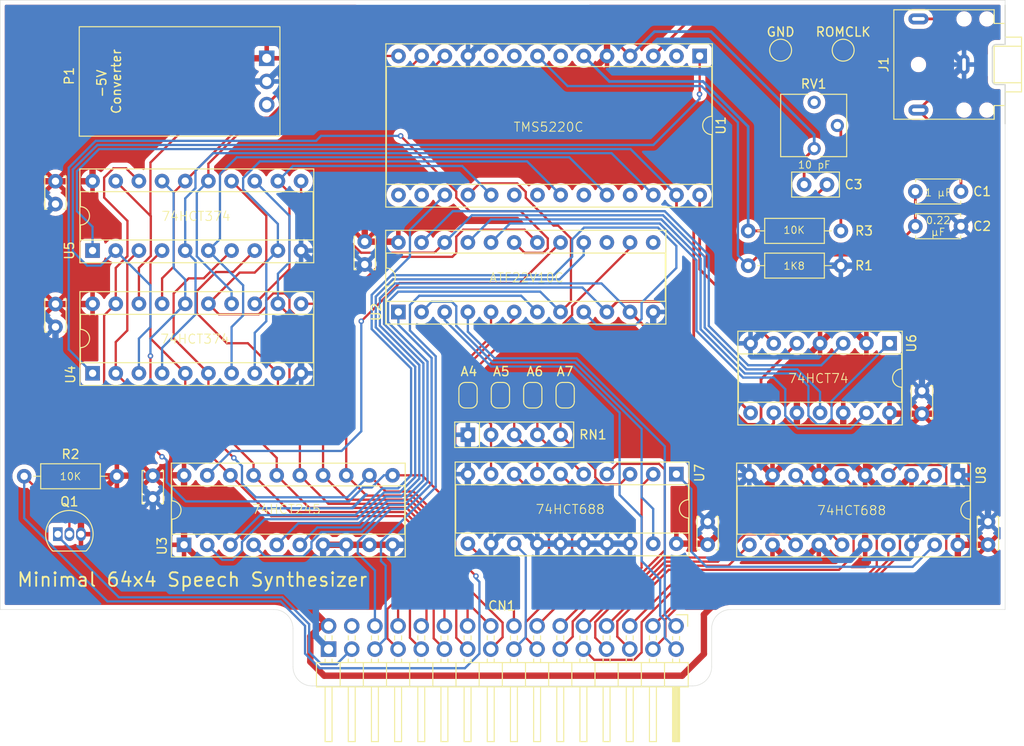
<source format=kicad_pcb>
(kicad_pcb (version 20240108) (generator "pcbnew") (generator_version "8.0")
  (layers (0 "F.Cu" signal) (31 "B.Cu" signal) (34 "B.Paste" user) (35 "F.Paste" user) (36 "B.SilkS" user "B.Silkscreen") (37 "F.SilkS" user "F.Silkscreen") (38 "B.Mask" user) (39 "F.Mask" user) (44 "Edge.Cuts" user))
  (net 0 "")
  (net 1 "Net-(U1-SPEAKER)")
  (net 2 "Net-(C1-Pad2)")
  (net 3 "GND")
  (net 4 "-5V")
  (net 5 "Net-(U1-OSC)")
  (net 6 "+5V")
  (net 7 "/A7")
  (net 8 "/A0")
  (net 9 "/A14")
  (net 10 "/A15")
  (net 11 "/A10")
  (net 12 "CLK")
  (net 13 "/A1")
  (net 14 "~{RESET}")
  (net 15 "/A9")
  (net 16 "/BUS7")
  (net 17 "~{RO}")
  (net 18 "/BUS6")
  (net 19 "/BUS5")
  (net 20 "/BUS0")
  (net 21 "/A4")
  (net 22 "/BUS2")
  (net 23 "/A11")
  (net 24 "/A5")
  (net 26 "/BUS4")
  (net 27 "/BUS1")
  (net 28 "/A2")
  (net 29 "/A8")
  (net 30 "/INH")
  (net 31 "/BUS3")
  (net 32 "/A3")
  (net 33 "/A13")
  (net 34 "/A12")
  (net 35 "~{RI}")
  (net 36 "/A6")
  (net 37 "Net-(JP1-B)")
  (net 38 "Net-(JP2-B)")
  (net 39 "Net-(JP3-B)")
  (net 40 "Net-(JP4-B)")
  (net 41 "/~{INH}")
  (net 42 "Net-(R3-Pad2)")
  (net 44 "ROMCLK")
  (net 45 "/~{READY}")
  (net 46 "Net-(U1-D5)")
  (net 48 "Net-(U1-D0)")
  (net 49 "/~{RS}")
  (net 51 "/~{INT}")
  (net 55 "Net-(U1-D7)")
  (net 57 "Net-(U1-D2)")
  (net 60 "/~{WS}")
  (net 61 "Net-(U1-D3)")
  (net 63 "Net-(U1-D6)")
  (net 64 "Net-(U1-D1)")
  (net 65 "Net-(U1-D4)")
  (net 67 "/~{MMAP}")
  (net 69 "/RS")
  (net 70 "/~{STATUSo}")
  (net 71 "/WS_RST")
  (net 72 "/WS_CLK")
  (net 73 "/~{STATEo}")
  (net 74 "/RS_CLK")
  (net 75 "/RS_RST")
  (net 77 "/BUSY")
  (net 78 "/WS")
  (net 79 "/STATUSi")
  (net 80 "Net-(U7-G)")
  (footprint "Capacitor_THT:C_Disc_D3.4mm_W2.1mm_P2.50mm" (layer "F.Cu") (at 75.057 105.009 90)
    (property "Reference" "C6" (hide yes))
    (property "Value" "100 nF")
  )
  (footprint "Capacitor_THT:C_Disc_D3.4mm_W2.1mm_P2.50mm" (layer "F.Cu") (at 170.053 112.034 -90)
    (property "Reference" "C4" (hide yes))
    (property "Value" "100 nF")
  )
  (footprint "TestPoint:TestPoint_Pad_D2.0mm" (layer "F.Cu") (at 154.559 74.676)
    (property "Reference" "GND")
    (property "Value" "TestPoint")
  )
  (footprint "Package_TO_SOT_THT:TO-92_Inline" (layer "F.Cu") (at 75.311 127.741)
    (property "Reference" "Q1")
    (property "Value" "BS250")
  )
  (footprint "Package_DIP:DIP-20_W7.62mm_Socket" (layer "F.Cu") (at 89.154 128.905 90)
    (property "Reference" "U3")
    (property "Value" "74HCT245")
  )
  (footprint "Package_DIP:DIP-20_W7.62mm_Socket" (layer "F.Cu") (at 143.129 121.158 -90)
    (property "Reference" "U7")
    (property "Value" "74HCT688")
  )
  (footprint "Jumper:SolderJumper-2_P1.3mm_Bridged_RoundedPad1.0x1.5mm" (layer "F.Cu") (at 127.387 112.507 -90)
    (property "Reference" "JP2" (hide yes))
    (property "Value" "SolderJumper_2_Bridged")
  )
  (footprint "Capacitor_THT:C_Disc_D3.4mm_W2.1mm_P2.50mm" (layer "F.Cu") (at 75.057 91.547 90)
    (property "Reference" "C5" (hide yes))
    (property "Value" "100 nF")
  )
  (footprint "TestPoint:TestPoint_Pad_D2.0mm" (layer "F.Cu") (at 161.417 74.676)
    (property "Reference" "ROMCLK")
    (property "Value" "TestPoint")
  )
  (footprint "Resistor_THT:R_Axial_DIN0207_L6.3mm_D2.5mm_P10.16mm_Horizontal" (layer "F.Cu") (at 151.003 94.488)
    (property "Reference" "R3")
    (property "Value" "10K")
  )
  (footprint "Package_DIP:DIP-20_W7.62mm_Socket" (layer "F.Cu") (at 79.121 96.647 90)
    (property "Reference" "U5")
    (property "Value" "74HCT374")
  )
  (footprint "Capacitor_THT:C_Disc_D3.4mm_W2.1mm_P2.50mm" (layer "F.Cu") (at 146.558 126.385 -90)
    (property "Reference" "C9" (hide yes))
    (property "Value" "100 nF")
  )
  (footprint "Jumper:SolderJumper-2_P1.3mm_Bridged_RoundedPad1.0x1.5mm" (layer "F.Cu") (at 130.937 112.507 -90)
    (property "Reference" "JP1" (hide yes))
    (property "Value" "SolderJumper_2_Bridged")
  )
  (footprint "Potentiometer_THT:Potentiometer_Vishay_T73YP_Vertical" (layer "F.Cu") (at 158.242 85.471)
    (property "Reference" "RV1")
    (property "Value" "100K")
  )
  (footprint "Capacitor_THT:C_Disc_D3.4mm_W2.1mm_P2.50mm" (layer "F.Cu") (at 108.966 98.171 90)
    (property "Reference" "C7" (hide yes))
    (property "Value" "100 nF")
  )
  (footprint "Resistor_THT:R_Axial_DIN0207_L6.3mm_D2.5mm_P10.16mm_Horizontal" (layer "F.Cu") (at 151.003 98.298)
    (property "Reference" "R1")
    (property "Value" "1K8")
  )
  (footprint "Package_DIP:DIP-20_W7.62mm_Socket" (layer "F.Cu") (at 79.126 110.099 90)
    (property "Reference" "U4")
    (property "Value" "74HCT374")
  )
  (footprint "Package_DIP:DIP-28_W15.24mm_Socket" (layer "F.Cu") (at 145.684 75.311 -90)
    (property "Reference" "U1")
    (property "Value" "TMS5220C")
  )
  (footprint "Capacitor_THT:C_Disc_D3.4mm_W2.1mm_P2.50mm" (layer "F.Cu") (at 177.292 126.385 -90)
    (property "Reference" "C10" (hide yes))
    (property "Value" "100 nF")
  )
  (footprint "Resistor_THT:R_Axial_DIN0207_L6.3mm_D2.5mm_P10.16mm_Horizontal" (layer "F.Cu") (at 71.628 121.391)
    (property "Reference" "R2")
    (property "Value" "10K")
  )
  (footprint "Capacitor_THT:C_Disc_D3.4mm_W2.1mm_P2.50mm" (layer "F.Cu") (at 85.725 123.825 90)
    (property "Reference" "C8" (hide yes))
    (property "Value" "100 nF")
  )
  (footprint "Package_DIP:DIP-24_W7.62mm_Socket" (layer "F.Cu") (at 112.649 103.378 90)
    (property "Reference" "U2")
    (property "Value" "ATF22V10C")
  )
  (footprint "Connector_PinHeader_2.54mm:PinHeader_2x16_P2.54mm_Horizontal" (layer "F.Cu") (at 143.1 137.84 -90)
    (property "Reference" "CN1")
    (property "Value" "~")
  )
  (footprint "Jumper:SolderJumper-2_P1.3mm_Open_RoundedPad1.0x1.5mm" (layer "F.Cu") (at 123.837 112.507 -90)
    (property "Reference" "JP3" (hide yes))
    (property "Value" "SolderJumper_2_Open")
  )
  (footprint "Capacitor_THT:C_Disc_D4.7mm_W2.5mm_P5.00mm" (layer "F.Cu") (at 169.331 90.17)
    (property "Reference" "C1")
    (property "Value" "1 µF")
  )
  (footprint "Jumper:SolderJumper-2_P1.3mm_Open_RoundedPad1.0x1.5mm" (layer "F.Cu") (at 120.287 112.507 -90)
    (property "Reference" "JP4" (hide yes))
    (property "Value" "SolderJumper_2_Open")
  )
  (footprint "Resistor_THT:R_Array_SIP5" (layer "F.Cu") (at 120.269 116.84)
    (property "Reference" "RN1")
    (property "Value" "10K")
  )
  (footprint "Connector_Audio:Jack_3.5mm_CUI_SJ1-3523N_Horizontal" (layer "F.Cu") (at 174.672 76.247 90)
    (property "Reference" "J1")
    (property "Value" "AudioJack3")
    (fp_line (start 1.8 3.1) (end -1.8 3.1) (stroke (width 0.12)) (layer "Edge.Cuts"))
    (fp_line (start 2.2 3.5) (end 2.2 4.5) (stroke (width 0.12)) (layer "Edge.Cuts"))
    (fp_line (start -2.2 3.5) (end -2.2 4.5) (stroke (width 0.12)) (layer "Edge.Cuts"))
    (fp_line (start 2.2 4.5) (end 6.5 4.5) (stroke (width 0.12)) (layer "Edge.Cuts"))
    (fp_line (start -2.2 4.5) (end -6.5 4.5) (stroke (width 0.12)) (layer "Edge.Cuts"))
    (fp_arc (start 1.8 3.1) (mid 2.082843 3.217157) (end 2.2 3.5) (stroke (width 0.12)) (layer "Edge.Cuts"))
    (fp_arc (start -2.2 3.5) (mid -2.082842 3.217158) (end -1.8 3.1) (stroke (width 0.12)) (layer "Edge.Cuts"))
  )
  (footprint "Package_DIP:DIP-14_W7.62mm_Socket" (layer "F.Cu") (at 166.502 106.817 -90)
    (property "Reference" "U6")
    (property "Value" "74HCT74")
  )
  (footprint "minimal-64x4:-5V_Converter" (layer "F.Cu") (at 99.666 78.105 90)
    (property "Reference" "P1")
    (property "Value" "~")
  )
  (footprint "Capacitor_THT:C_Disc_D4.7mm_W2.5mm_P5.00mm" (layer "F.Cu") (at 169.331 93.98)
    (property "Reference" "C2")
    (property "Value" "0.22 µF")
  )
  (footprint "Capacitor_THT:C_Disc_D5.0mm_W2.5mm_P2.50mm" (layer "F.Cu") (at 157.139 89.408)
    (property "Reference" "C3")
    (property "Value" "10 pF")
  )
  (footprint "Package_DIP:DIP-20_W7.62mm_Socket" (layer "F.Cu") (at 173.99 121.285 -90)
    (property "Reference" "U8")
    (property "Value" "74HCT688")
  )
  (gr_line (start 179.172 82.747) (end 179.172 136) (stroke (width 0.05)) (layer "Edge.Cuts"))
  (gr_line (start 149.1 136) (end 179.172 136) (stroke (width 0.05)) (layer "Edge.Cuts"))
  (gr_arc (start 147 138.1) (mid 147.615076 136.615076) (end 149.1 136) (stroke (width 0.05)) (layer "Edge.Cuts"))
  (gr_line (start 69 136) (end 69 69.2) (stroke (width 0.05)) (layer "Edge.Cuts"))
  (gr_line (start 69 136) (end 99 136) (stroke (width 0.05)) (layer "Edge.Cuts"))
  (gr_line (start 179.172 69.747587) (end 179.172 69.2) (stroke (width 0.05)) (layer "Edge.Cuts"))
  (gr_line (start 69 69.2) (end 179.172 69.2) (stroke (width 0.05)) (layer "Edge.Cuts"))
  (gr_arc (start 103.2 144.378) (mid 101.715076 143.762924) (end 101.1 142.278) (stroke (width 0.05)) (layer "Edge.Cuts"))
  (gr_arc (start 99 136) (mid 100.484924 136.615076) (end 101.1 138.1) (stroke (width 0.05)) (layer "Edge.Cuts"))
  (gr_line (start 103.2 144.378) (end 144.9 144.378) (stroke (width 0.05)) (layer "Edge.Cuts"))
  (gr_line (start 147 138.1) (end 147 142.278) (stroke (width 0.05)) (layer "Edge.Cuts"))
  (gr_line (start 101.1 138.1) (end 101.1 142.278) (stroke (width 0.05)) (layer "Edge.Cuts"))
  (gr_arc (start 147 142.278) (mid 146.384924 143.762924) (end 144.9 144.378) (stroke (width 0.05)) (layer "Edge.Cuts"))
  (gr_text "10K" (at 154.813 94.869 0) (layer "F.SilkS") (effects (font (size 0.8 0.8) (thickness 0.1)) (justify left bottom)))
  (gr_text "A4" (at 119.38 110.49 0) (layer "F.SilkS") (effects (font (size 1 1)) (justify left bottom)))
  (gr_text "10K" (at 76.708 121.412 0) (layer "F.SilkS") (effects (font (size 0.8 0.8) (thickness 0.1))))
  (gr_text "10 pF" (at 158.242 87.249 0) (layer "F.SilkS") (effects (font (size 0.8 0.8) (thickness 0.1))))
  (gr_text "A5" (at 122.936 110.49 0) (layer "F.SilkS") (effects (font (size 1 1)) (justify left bottom)))
  (gr_text "74HCT688" (at 127.635 125.603 0) (layer "F.SilkS") (effects (font (size 1 1) (thickness 0.1)) (justify left bottom)))
  (gr_text "1K8" (at 154.813 98.806 0) (layer "F.SilkS") (effects (font (size 0.8 0.8) (thickness 0.1)) (justify left bottom)))
  (gr_text "TMS5220C" (at 125.222 83.693 0) (layer "F.SilkS") (effects (font (size 1 1) (thickness 0.1)) (justify left bottom)))
  (gr_text "74HCT245" (at 96.52 125.603 0) (layer "F.SilkS") (effects (font (size 1 1) (thickness 0.1)) (justify left bottom)))
  (gr_text "0.22\nµF" (at 171.831 93.98 0) (layer "F.SilkS") (effects (font (size 0.8 0.8) (thickness 0.1))))
  (gr_text "1 µF" (at 171.831 90.297 0) (layer "F.SilkS") (effects (font (size 0.8 0.8) (thickness 0.1))))
  (gr_text "A7" (at 129.921 110.49 0) (layer "F.SilkS") (effects (font (size 1 1)) (justify left bottom)))
  (gr_text "74HCT374" (at 86.487 106.934 0) (layer "F.SilkS") (effects (font (size 1 1) (thickness 0.1)) (justify left bottom)))
  (gr_text "74HCT688" (at 158.496 125.73 0) (layer "F.SilkS") (effects (font (size 1 1) (thickness 0.1)) (justify left bottom)))
  (gr_text "74HCT74" (at 155.321 111.252 0) (layer "F.SilkS") (effects (font (size 1 1) (thickness 0.1)) (justify left bottom)))
  (gr_text "A6" (at 126.619 110.49 0) (layer "F.SilkS") (effects (font (size 1 1)) (justify left bottom)))
  (gr_text "ATF22V10C" (at 122.555 100.203 0) (layer "F.SilkS") (effects (font (size 1 1) (thickness 0.1)) (justify left bottom)))
  (gr_text "Minimal 64x4 Speech Synthesizer" (at 70.739 133.604 0) (layer "F.SilkS") (effects (font (size 1.5 1.5) (thickness 0.2)) (justify left bottom)))
  (gr_text "74HCT374" (at 86.614 93.472 0) (layer "F.SilkS") (effects (font (size 1 1) (thickness 0.1)) (justify left bottom)))
  (segment (start 151.003 98.298) (end 152.153 97.148) (width 0.3) (layer "F.Cu") (net 1))
  (segment (start 152.153 97.148) (end 166.163 97.148) (width 0.3) (layer "F.Cu") (net 1))
  (segment (start 166.163 97.148) (end 169.331 93.98) (width 0.3) (layer "F.Cu") (net 1))
  (segment (start 169.331 93.98) (end 169.331 90.17) (width 0.3) (layer "F.Cu") (net 1))
  (segment (start 149.878 97.173) (end 151.003 98.298) (width 0.25) (layer "B.Cu") (net 1))
  (segment (start 149.878 82.604752) (end 149.878 97.173) (width 0.25) (layer "B.Cu") (net 1))
  (segment (start 145.886248 78.613) (end 149.878 82.604752) (width 0.25) (layer "B.Cu") (net 1))
  (segment (start 131.206 78.613) (end 145.886248 78.613) (width 0.25) (layer "B.Cu") (net 1))
  (segment (start 127.904 75.311) (end 131.206 78.613) (width 0.25) (layer "B.Cu") (net 1))
  (segment (start 176.403 75.311) (end 172.339 71.247) (width 0.3) (layer "F.Cu") (net 2))
  (segment (start 173.499 80.247) (end 176.403 77.343) (width 0.3) (layer "F.Cu") (net 2))
  (segment (start 172.339 71.247) (end 169.672 71.247) (width 0.3) (layer "F.Cu") (net 2))
  (segment (start 169.672 81.247) (end 170.672 80.247) (width 0.3) (layer "F.Cu") (net 2))
  (segment (start 174.331 85.906) (end 169.672 81.247) (width 0.3) (layer "F.Cu") (net 2))
  (segment (start 170.672 80.247) (end 173.499 80.247) (width 0.3) (layer "F.Cu") (net 2))
  (segment (start 169.672 81.247) (end 169.672 81.153) (width 0.3) (layer "F.Cu") (net 2))
  (segment (start 174.331 90.17) (end 174.331 85.906) (width 0.3) (layer "F.Cu") (net 2))
  (segment (start 176.403 77.343) (end 176.403 75.311) (width 0.3) (layer "F.Cu") (net 2))
  (segment (start 109.474 128.905) (end 106.934 128.905) (width 0.7) (layer "F.Cu") (net 3))
  (segment (start 106.934 128.905) (end 104.394 128.905) (width 0.7) (layer "F.Cu") (net 3))
  (segment (start 173.472 77.447) (end 157.33 77.447) (width 0.7) (layer "F.Cu") (net 3))
  (segment (start 157.33 77.447) (end 154.559 74.676) (width 0.7) (layer "F.Cu") (net 3))
  (segment (start 112.014 128.905) (end 109.474 128.905) (width 0.7) (layer "F.Cu") (net 3))
  (segment (start 174.672 76.247) (end 173.472 77.447) (width 0.7) (layer "F.Cu") (net 3))
  (segment (start 73.406 84.709) (end 80.01 78.105) (width 0.7) (layer "B.Cu") (net 3))
  (segment (start 105.328 70.993) (end 98.216 78.105) (width 0.7) (layer "B.Cu") (net 3))
  (segment (start 73.406 103.358) (end 73.406 93.198) (width 0.7) (layer "B.Cu") (net 3))
  (segment (start 163.83 70.993) (end 124.602 70.993) (width 0.7) (layer "B.Cu") (net 3))
  (segment (start 135.509 128.778) (end 132.969 128.778) (width 0.7) (layer "B.Cu") (net 3))
  (segment (start 170.013 98.893) (end 170.053 98.933) (width 0.7) (layer "B.Cu") (net 3))
  (segment (start 170.013 98.298) (end 170.013 98.893) (width 0.7) (layer "B.Cu") (net 3))
  (segment (start 174.672 76.247) (end 171.704 73.279) (width 0.7) (layer "B.Cu") (net 3))
  (segment (start 80.01 78.105) (end 98.216 78.105) (width 0.7) (layer "B.Cu") (net 3))
  (segment (start 171.43 126.385) (end 168.91 128.905) (width 0.7) (layer "B.Cu") (net 3))
  (segment (start 177.038 87.884) (end 172.72 83.566) (width 0.7) (layer "B.Cu") (net 3))
  (segment (start 84.375 122.475) (end 85.725 123.825) (width 0.7) (layer "B.Cu") (net 3))
  (segment (start 103.6 131.731) (end 103.6 137.382) (width 0.7) (layer "B.Cu") (net 3))
  (segment (start 73.406 93.198) (end 75.057 91.547) (width 0.7) (layer "B.Cu") (net 3))
  (segment (start 140.589 103.378) (end 140.589 110.744) (width 0.7) (layer "B.Cu") (net 3))
  (segment (start 87.249 115.316) (end 84.375 118.19) (width 0.7) (layer "B.Cu") (net 3))
  (segment (start 170.053 98.933) (end 170.053 112.034) (width 0.7) (layer "B.Cu") (net 3))
  (segment (start 156.23 126.385) (end 171.43 126.385) (width 0.7) (layer "B.Cu") (net 3))
  (segment (start 108.966 98.171) (end 101.986 105.151) (width 0.7) (layer "B.Cu") (net 3))
  (segment (start 166.116 73.279) (end 163.83 70.993) (width 0.7) (layer "B.Cu") (net 3))
  (segment (start 84.375 118.19) (end 84.375 122.475) (width 0.7) (layer "B.Cu") (net 3))
  (segment (start 124.602 70.993) (end 120.284 75.311) (width 0.7) (layer "B.Cu") (net 3))
  (segment (start 96.769 115.316) (end 87.249 115.316) (width 0.7) (layer "B.Cu") (net 3))
  (segment (start 161.163 98.298) (end 170.013 98.298) (width 0.7) (layer "B.Cu") (net 3))
  (segment (start 146.558 126.385) (end 146.558 125.857) (width 0.7) (layer "B.Cu") (net 3))
  (segment (start 114.681 128.905) (end 120.269 123.317) (width 0.7) (layer "B.Cu") (net 3))
  (segment (start 174.331 93.98) (end 177.038 91.273) (width 0.7) (layer "B.Cu") (net 3))
  (segment (start 140.589 110.744) (end 151.13 121.285) (width 0.7) (layer "B.Cu") (net 3))
  (segment (start 100.203 133.985) (end 87.63 133.985) (width 0.7) (layer "B.Cu") (net 3))
  (segment (start 85.725 123.825) (end 78.867 123.825) (width 0.7) (layer "B.Cu") (net 3))
  (segment (start 177.292 124.587) (end 173.99 121.285) (width 0.7) (layer "B.Cu") (net 3))
  (segment (start 104.394 128.905) (end 104.394 130.937) (width 0.7) (layer "B.Cu") (net 3))
  (segment (start 177.038 91.273) (end 177.038 87.884) (width 0.7) (layer "B.Cu") (net 3))
  (segment (start 172.72 83.566) (end 172.72 78.199) (width 0.7) (layer "B.Cu") (net 3))
  (segment (start 173.609 120.904) (end 173.609 115.59) (width 0.7) (layer "B.Cu") (net 3))
  (segment (start 146.558 125.857) (end 151.13 121.285) (width 0.7) (layer "B.Cu") (net 3))
  (segment (start 177.292 126.385) (end 171.43 126.385) (width 0.7) (layer "B.Cu") (net 3))
  (segment (start 177.292 126.385) (end 177.292 124.587) (width 0.7) (layer "B.Cu") (net 3))
  (segment (start 124.159 127.207) (end 120.269 123.317) (width 0.7) (layer "B.Cu") (net 3))
  (segment (start 101.986 105.151) (end 101.986 110.099) (width 0.7) (layer "B.Cu") (net 3))
  (segment (start 104.394 130.937) (end 103.6 131.731) (width 0.7) (layer "B.Cu") (net 3))
  (segment (start 124.159 127.428) (end 122.809 128.778) (width 0.7) (layer "B.Cu") (net 3))
  (segment (start 132.969 128.778) (end 130.429 128.778) (width 0.7) (layer "B.Cu") (net 3))
  (segment (start 127.889 128.778) (end 126.539 127.428) (width 0.7) (layer "B.Cu") (net 3))
  (segment (start 103.505 98.171) (end 101.981 96.647) (width 0.7) (layer "B.Cu") (net 3))
  (segment (start 124.602 70.993) (end 105.328 70.993) (width 0.7) (layer "B.Cu") (net 3))
  (segment (start 120.269 123.317) (end 120.269 121.158) (width 0.7) (layer "B.Cu") (net 3))
  (segment (start 73.406 93.198) (end 73.406 84.709) (width 0.7) (layer "B.Cu") (net 3))
  (segment (start 75.057 105.009) (end 73.406 103.358) (width 0.7) (layer "B.Cu") (net 3))
  (segment (start 100.203 133.985) (end 103.6 137.382) (width 0.7) (layer "B.Cu") (net 3))
  (segment (start 171.704 73.279) (end 166.116 73.279) (width 0.7) (layer "B.Cu") (net 3))
  (segment (start 138.049 128.778) (end 135.509 128.778) (width 0.7) (layer "B.Cu") (net 3))
  (segment (start 103.6 138.94) (end 105 140.34) (width 0.7) (layer "B.Cu") (net 3))
  (segment (start 124.159 127.428) (end 124.159 127.207) (width 0.7) (layer "B.Cu") (net 3))
  (segment (start 172.72 78.199) (end 174.672 76.247) (width 0.7) (layer "B.Cu") (net 3))
  (segment (start 173.99 121.285) (end 173.609 120.904) (width 0.7) (layer "B.Cu") (net 3))
  (segment (start 159.781 98.298) (end 151.262 106.817) (width 0.7) (layer "B.Cu") (net 3))
  (segment (start 159.781 98.298) (end 161.163 98.298) (width 0.7) (layer "B.Cu") (net 3))
  (segment (start 173.609 115.59) (end 170.053 112.034) (width 0.7) (layer "B.Cu") (net 3))
  (segment (start 78.867 123.825) (end 75.057 120.015) (width 0.7) (layer "B.Cu") (net 3))
  (segment (start 87.63 133.985) (end 85.725 132.08) (width 0.7) (layer "B.Cu") (net 3))
  (segment (start 101.986 110.099) (end 96.769 115.316) (width 0.7) (layer "B.Cu") (net 3))
  (segment (start 120.269 121.158) (end 120.269 116.84) (width 0.7) (layer "B.Cu") (net 3))
  (segment (start 151.13 121.285) (end 156.23 126.385) (width 0.7) (layer "B.Cu") (net 3))
  (segment (start 75.057 120.015) (end 75.057 105.009) (width 0.7) (layer "B.Cu") (net 3))
  (segment (start 108.966 98.171) (end 103.505 98.171) (width 0.7) (layer "B.Cu") (net 3))
  (segment (start 112.014 128.905) (end 114.681 128.905) (width 0.7) (layer "B.Cu") (net 3))
  (segment (start 126.539 127.428) (end 124.159 127.428) (width 0.7) (layer "B.Cu") (net 3))
  (segment (start 103.6 137.382) (end 103.6 138.94) (width 0.7) (layer "B.Cu") (net 3))
  (segment (start 170.013 98.298) (end 174.331 93.98) (width 0.7) (layer "B.Cu") (net 3))
  (segment (start 127.889 128.778) (end 130.429 128.778) (width 0.7) (layer "B.Cu") (net 3))
  (segment (start 85.725 132.08) (end 85.725 123.825) (width 0.7) (layer "B.Cu") (net 3))
  (segment (start 98.216 80.645) (end 108.376 70.485) (width 0.3) (layer "F.Cu") (net 4))
  (segment (start 133.238 70.485) (end 138.064 75.311) (width 0.3) (layer "F.Cu") (net 4))
  (segment (start 108.376 70.485) (end 133.238 70.485) (width 0.3) (layer "F.Cu") (net 4))
  (segment (start 157.139 86.574) (end 158.242 85.471) (width 0.3) (layer "F.Cu") (net 4))
  (segment (start 157.139 89.408) (end 157.139 86.574) (width 0.3) (layer "F.Cu") (net 4))
  (segment (start 158.242 85.471) (end 158.242 83.947) (width 0.3) (layer "B.Cu") (net 4))
  (segment (start 158.242 83.947) (end 146.939 72.644) (width 0.3) (layer "B.Cu") (net 4))
  (segment (start 146.939 72.644) (end 140.731 72.644) (width 0.3) (layer "B.Cu") (net 4))
  (segment (start 140.731 72.644) (end 138.064 75.311) (width 0.3) (layer "B.Cu") (net 4))
  (segment (start 151.003 94.488) (end 154.559 94.488) (width 0.3) (layer "F.Cu") (net 5))
  (segment (start 154.559 94.488) (end 159.639 89.408) (width 0.3) (layer "F.Cu") (net 5))
  (segment (start 135.778 78.105) (end 132.984 75.311) (width 0.3) (layer "B.Cu") (net 5))
  (segment (start 146.05 78.105) (end 135.778 78.105) (width 0.3) (layer "B.Cu") (net 5))
  (segment (start 151.003 83.058) (end 146.05 78.105) (width 0.3) (layer "B.Cu") (net 5))
  (segment (start 151.003 94.488) (end 151.003 83.058) (width 0.3) (layer "B.Cu") (net 5))
  (segment (start 173.99 128.905) (end 176.022 128.905) (width 0.7) (layer "F.Cu") (net 6))
  (segment (start 146.15 136.552) (end 147.828 134.874) (width 0.7) (layer "F.Cu") (net 6))
  (segment (start 157.099 130.556) (end 158.75 128.905) (width 0.7) (layer "F.Cu") (net 6))
  (segment (start 72.37 89.047) (end 75.057 89.047) (width 0.7) (layer "F.Cu") (net 6))
  (segment (start 105 137.8) (end 104.135 137.8) (width 0.7) (layer "F.Cu") (net 6))
  (segment (start 102.997 138.938) (end 102.997 141.732) (width 0.7) (layer "F.Cu") (net 6))
  (segment (start 108.966 95.671) (end 112.562 95.671) (width 0.7) (layer "F.Cu") (net 6))
  (segment (start 69.977 85.598) (end 80.01 75.565) (width 0.7) (layer "F.Cu") (net 6))
  (segment (start 147.828 134.874) (end 170.561 134.874) (width 0.7) (layer "F.Cu") (net 6))
  (segment (start 77.449 121.391) (end 69.977 113.919) (width 0.7) (layer "F.Cu") (net 6))
  (segment (start 167.132 123.063) (end 168.91 121.285) (width 0.7) (layer "F.Cu") (net 6))
  (segment (start 153.67 121.773) (end 153.67 121.285) (width 0.7) (layer "F.Cu") (net 6))
  (segment (start 89.154 128.905) (end 89.154 121.285) (width 0.7) (layer "F.Cu") (net 6))
  (segment (start 85.765 121.285) (end 85.725 121.325) (width 0.7) (layer "F.Cu") (net 6))
  (segment (start 100.51 133.31) (end 93.559 133.31) (width 0.7) (layer "F.Cu") (net 6))
  (segment (start 175.387 128.27) (end 175.387 118.11) (width 0.7) (layer "F.Cu") (net 6))
  (segment (start 104.521 143.256) (end 143.764 143.256) (width 0.7) (layer "F.Cu") (net 6))
  (segment (start 98.544899 82.296) (end 109.655899 71.185) (width 0.7) (layer "F.Cu") (net 6))
  (segment (start 161.793 104.648) (end 163.962 106.817) (width 0.7) (layer "F.Cu") (net 6))
  (segment (start 156.718 119.253) (end 158.75 121.285) (width 0.7) (layer "F.Cu") (net 6))
  (segment (start 105 137.8) (end 100.51 133.31) (width 0.7) (layer "F.Cu") (net 6))
  (segment (start 175.387 118.11) (end 171.811 114.534) (width 0.7) (layer "F.Cu") (net 6))
  (segment (start 102.997 141.732) (end 104.521 143.256) (width 0.7) (layer "F.Cu") (net 6))
  (segment (start 135.524 73.76095) (end 135.524 75.311) (width 0.7) (layer "F.Cu") (net 6))
  (segment (start 166.599 114.534) (end 166.502 114.437) (width 0.7) (layer "F.Cu") (net 6))
  (segment (start 80.01 75.565) (end 98.216 75.565) (width 0.7) (layer "F.Cu") (net 6))
  (segment (start 79.121 87.376) (end 84.201 82.296) (width 0.7) (layer "F.Cu") (net 6))
  (segment (start 176.022 128.905) (end 175.387 128.27) (width 0.7) (layer "F.Cu") (net 6))
  (segment (start 69.977 91.44) (end 69.977 85.598) (width 0.7) (layer "F.Cu") (net 6))
  (segment (start 153.67 121.285) (end 144.242 111.857) (width 0.7) (layer "F.Cu") (net 6))
  (segment (start 163.83 121.285) (end 162.48 119.935) (width 0.7) (layer "F.Cu") (net 6))
  (segment (start 177.272 128.905) (end 177.292 128.885) (width 0.7) (layer "F.Cu") (net 6))
  (segment (start 158.882 106.817) (end 161.051 104.648) (width 0.7) (layer "F.Cu") (net 6))
  (segment (start 120.287 111.857) (end 123.837 111.857) (width 0.3) (layer "F.Cu") (net 6))
  (segment (start 161.422 118.877) (end 162.48 119.935) (width 0.7) (layer "F.Cu") (net 6))
  (segment (start 161.422 114.437) (end 161.422 118.877) (width 0.7) (layer "F.Cu") (net 6))
  (segment (start 75.057 102.509) (end 79.096 102.509) (width 0.7) (layer "F.Cu") (net 6))
  (segment (start 162.48 119.935) (end 160.1 119.935) (width 0.7) (layer "F.Cu") (net 6))
  (segment (start 113.411 79.375) (end 108.966 83.82) (width 0.7) (layer "F.Cu") (net 6))
  (segment (start 146.451 128.778) (end 146.558 128.885) (width 0.7) (layer "F.Cu") (net 6))
  (segment (start 170.053 114.534) (end 166.599 114.534) (width 0.7) (layer "F.Cu") (net 6))
  (segment (start 85.725 121.325) (end 81.854 121.325) (width 0.7) (layer "F.Cu") (net 6))
  (segment (start 69.977 104.648) (end 69.977 91.44) (width 0.7) (layer "F.Cu") (net 6))
  (segment (start 72.116 102.509) (end 75.057 102.509) (width 0.7) (layer "F.Cu") (net 6))
  (segment (start 69.977 113.919) (end 69.977 104.648) (width 0.7) (layer "F.Cu") (net 6))
  (segment (start 143.129 128.778) (end 146.451 128.778) (width 0.7) (layer "F.Cu") (net 6))
  (segment (start 79.121 89.027) (end 79.121 87.376) (width 0.7) (layer "F.Cu") (net 6))
  (segment (start 161.051 104.648) (end 161.793 104.648) (width 0.7) (layer "F.Cu") (net 6))
  (segment (start 171.811 114.534) (end 170.053 114.534) (width 0.7) (layer "F.Cu") (net 6))
  (segment (start 123.837 111.857) (end 127.387 111.857) (width 0.3) (layer "F.Cu") (net 6))
  (segment (start 77.851 127.741) (end 77.851 125.328) (width 0.7) (layer "F.Cu") (net 6))
  (segment (start 155.702 119.253) (end 156.718 119.253) (width 0.7) (layer "F.Cu") (net 6))
  (segment (start 127.387 111.857) (end 130.937 111.857) (width 0.3) (layer "F.Cu") (net 6))
  (segment (start 89.154 121.285) (end 85.765 121.285) (width 0.7) (layer "F.Cu") (net 6))
  (segment (start 146.15 140.87) (end 146.15 136.552) (width 0.7) (layer "F.Cu") (net 6))
  (segment (start 77.851 125.328) (end 81.788 121.391) (width 0.7) (layer "F.Cu") (net 6))
  (segment (start 146.558 128.885) (end 153.67 121.773) (width 0.7) (layer "F.Cu") (net 6))
  (segment (start 108.966 83.82) (end 108.966 95.671) (width 0.7) (layer "F.Cu") (net 6))
  (segment (start 81.788 121.391) (end 77.449 121.391) (width 0.7) (layer "F.Cu") (net 6))
  (segment (start 163.83 121.285) (end 165.608 123.063) (width 0.7) (layer "F.Cu") (net 6))
  (segment (start 163.83 128.905) (end 163.83 126.365) (width 0.7) (layer "F.Cu") (net 6))
  (segment (start 81.854 121.325) (end 81.788 121.391) (width 0.7) (layer "F.Cu") (net 6))
  (segment (start 163.83 120.757) (end 163.83 121.285) (width 0.7) (layer "F.Cu") (net 6))
  (segment (start 109.655899 71.185) (end 132.94805 71.185) (width 0.7) (layer "F.Cu") (net 6))
  (segment (start 156.342 118.877) (end 156.342 114.437) (width 0.7) (layer "F.Cu") (net 6))
  (segment (start 132.94805 71.185) (end 135.524 73.76095) (width 0.7) (layer "F.Cu") (net 6))
  (segment (start 156.342 114.437) (end 156.342 109.357) (width 0.7) (layer "F.Cu") (net 6))
  (segment (start 156.718 119.253) (end 156.342 118.877) (width 0.7) (layer "F.Cu") (net 6))
  (segment (start 173.99 131.445) (end 173.99 128.905) (width 0.7) (layer "F.Cu") (net 6))
  (segment (start 69.977 91.44) (end 72.37 89.047) (width 0.7) (layer "F.Cu") (net 6))
  (segment (start 153.67 128.905) (end 155.321 130.556) (width 0.7) (layer "F.Cu") (net 6))
  (segment (start 75.057 89.047) (end 79.101 89.047) (width 0.7) (layer "F.Cu") (net 6))
  (segment (start 112.562 95.671) (end 112.649 95.758) (width 0.7) (layer "F.Cu") (net 6))
  (segment (start 104.135 137.8) (end 102.997 138.938) (width 0.7) (layer "F.Cu") (net 6))
  (segment (start 144.242 111.857) (end 130.937 111.857) (width 0.7) (layer "F.Cu") (net 6))
  (segment (start 131.46 79.375) (end 113.411 79.375) (width 0.7) (layer "F.Cu") (net 6))
  (segment (start 135.524 75.311) (end 131.46 79.375) (width 0.7) (layer "F.Cu") (net 6))
  (segment (start 163.83 126.365) (end 158.75 121.285) (width 0.7) (layer "F.Cu") (net 6))
  (segment (start 165.608 123.063) (end 167.132 123.063) (width 0.7) (layer "F.Cu") (net 6))
  (segment (start 170.053 114.534) (end 163.83 120.757) (width 0.7) (layer "F.Cu") (net 6))
  (segment (start 155.321 130.556) (end 157.099 130.556) (width 0.7) (layer "F.Cu") (net 6))
  (segment (start 153.67 121.285) (end 155.702 119.253) (width 0.7) (layer "F.Cu") (net 6))
  (segment (start 79.101 89.047) (end 79.121 89.027) (width 0.7) (layer "F.Cu") (net 6))
  (segment (start 170.561 134.874) (end 173.99 131.445) (width 0.7) (layer "F.Cu") (net 6))
  (segment (start 84.201 82.296) (end 98.544899 82.296) (width 0.7) (layer "F.Cu") (net 6))
  (segment (start 93.559 133.31) (end 89.154 128.905) (width 0.7) (layer "F.Cu") (net 6))
  (segment (start 156.342 109.357) (end 158.882 106.817) (width 0.7) (layer "F.Cu") (net 6))
  (segment (start 143.764 143.256) (end 146.15 140.87) (width 0.7) (layer "F.Cu") (net 6))
  (segment (start 160.1 119.935) (end 158.75 121.285) (width 0.7) (layer "F.Cu") (net 6))
  (segment (start 176.022 128.905) (end 177.272 128.905) (width 0.7) (layer "F.Cu") (net 6))
  (segment (start 69.977 104.648) (end 72.116 102.509) (width 0.7) (layer "F.Cu") (net 6))
  (segment (start 79.096 102.509) (end 79.126 102.479) (width 0.7) (layer "F.Cu") (net 6))
  (segment (start 158.75 128.905) (end 160.401 130.556) (width 0.7) (layer "B.Cu") (net 6))
  (segment (start 162.179 130.556) (end 163.83 128.905) (width 0.7) (layer "B.Cu") (net 6))
  (segment (start 160.401 130.556) (end 162.179 130.556) (width 0.7) (layer "B.Cu") (net 6))
  (segment (start 134.538 133.662) (end 137.072416 133.662) (width 0.25) (layer "F.Cu") (net 7))
  (segment (start 130.4 137.8) (end 134.538 133.662) (width 0.25) (layer "F.Cu") (net 7))
  (segment (start 139.319 131.415416) (end 139.319 122.428) (width 0.25) (layer "F.Cu") (net 7))
  (segment (start 137.072416 133.662) (end 139.319 131.415416) (width 0.25) (layer "F.Cu") (net 7))
  (segment (start 139.319 122.428) (end 140.589 121.158) (width 0.25) (layer "F.Cu") (net 7))
  (segment (start 124.079 139.041) (end 124.079 137.437299) (width 0.25) (layer "F.Cu") (net 8))
  (segment (start 118.433 111.057396) (end 125.349 104.141396) (width 0.25) (layer "F.Cu") (net 8))
  (segment (start 124.079 137.437299) (end 118.433 131.791299) (width 0.25) (layer "F.Cu") (net 8))
  (segment (start 125.349 104.141396) (end 125.349 103.378) (width 0.25) (layer "F.Cu") (net 8))
  (segment (start 118.433 131.791299) (end 118.433 111.057396) (width 0.25) (layer "F.Cu") (net 8))
  (segment (start 122.78 140.34) (end 124.079 139.041) (width 0.25) (layer "F.Cu") (net 8))
  (segment (start 141.925 138.975) (end 141.925 137.071396) (width 0.25) (layer "F.Cu") (net 9))
  (segment (start 172.72 120.396) (end 172.484 120.16) (width 0.25) (layer "F.Cu") (net 9))
  (segment (start 172.72 130.937) (end 172.72 120.396) (width 0.25) (layer "F.Cu") (net 9))
  (segment (start 170.205 133.452) (end 172.72 130.937) (width 0.25) (layer "F.Cu") (net 9))
  (segment (start 172.484 120.16) (end 167.495 120.16) (width 0.25) (layer "F.Cu") (net 9))
  (segment (start 167.495 120.16) (end 166.37 121.285) (width 0.25) (layer "F.Cu") (net 9))
  (segment (start 141.925 137.071396) (end 145.544396 133.452) (width 0.25) (layer "F.Cu") (net 9))
  (segment (start 140.56 140.34) (end 141.925 138.975) (width 0.25) (layer "F.Cu") (net 9))
  (segment (start 145.544396 133.452) (end 170.205 133.452) (width 0.25) (layer "F.Cu") (net 9))
  (segment (start 167.64 125.095) (end 171.45 121.285) (width 0.25) (layer "F.Cu") (net 10))
  (segment (start 145.358 133.002) (end 164.561792 133.002) (width 0.25) (layer "F.Cu") (net 10))
  (segment (start 164.561792 133.002) (end 167.64 129.923792) (width 0.25) (layer "F.Cu") (net 10))
  (segment (start 167.64 129.923792) (end 167.64 125.095) (width 0.25) (layer "F.Cu") (net 10))
  (segment (start 140.56 137.8) (end 145.358 133.002) (width 0.25) (layer "F.Cu") (net 10))
  (segment (start 155.067 127.762) (end 156.21 128.905) (width 0.25) (layer "F.Cu") (net 11))
  (segment (start 137.591802 135.051802) (end 141.891604 130.752) (width 0.25) (layer "F.Cu") (net 11))
  (segment (start 141.891604 130.752) (end 147.692009 130.752) (width 0.25) (layer "F.Cu") (net 11))
  (segment (start 135.48 140.34) (end 134.239 139.099) (width 0.25) (layer "F.Cu") (net 11))
  (segment (start 150.682009 127.762) (end 155.067 127.762) (width 0.25) (layer "F.Cu") (net 11))
  (segment (start 134.239 137.379299) (end 136.566497 135.051802) (width 0.25) (layer "F.Cu") (net 11))
  (segment (start 136.566497 135.051802) (end 137.591802 135.051802) (width 0.25) (layer "F.Cu") (net 11))
  (segment (start 147.692009 130.752) (end 150.682009 127.762) (width 0.25) (layer "F.Cu") (net 11))
  (segment (start 134.239 139.099) (end 134.239 137.379299) (width 0.25) (layer "F.Cu") (net 11))
  (segment (start 113.54498 124.968) (end 111.820009 124.968) (width 0.25) (layer "B.Cu") (net 12))
  (segment (start 111.820009 124.968) (end 108.204 128.584009) (width 0.25) (layer "B.Cu") (net 12))
  (segment (start 108.204 128.584009) (end 108.204 129.852) (width 0.25) (layer "B.Cu") (net 12))
  (segment (start 112.649 104.775) (end 116.296 108.422) (width 0.25) (layer "B.Cu") (net 12))
  (segment (start 116.296 108.422) (end 116.296 122.21698) (width 0.25) (layer "B.Cu") (net 12))
  (segment (start 112.649 103.378) (end 112.649 104.775) (width 0.25) (layer "B.Cu") (net 12))
  (segment (start 110.08 131.728) (end 110.08 137.8) (width 0.25) (layer "B.Cu") (net 12))
  (segment (start 116.296 122.21698) (end 113.54498 124.968) (width 0.25) (layer "B.Cu") (net 12))
  (segment (start 108.204 129.852) (end 110.08 131.728) (width 0.25) (layer "B.Cu") (net 12))
  (segment (start 117.983 110.871) (end 122.809 106.045) (width 0.25) (layer "F.Cu") (net 13))
  (segment (start 122.78 137.8) (end 117.983 133.003) (width 0.25) (layer "F.Cu") (net 13))
  (segment (start 117.983 133.003) (end 117.983 110.871) (width 0.25) (layer "F.Cu") (net 13))
  (segment (start 122.809 106.045) (end 122.809 103.378) (width 0.25) (layer "F.Cu") (net 13))
  (segment (start 111.255 131.194) (end 111.255 139.165) (width 0.25) (layer "B.Cu") (net 14))
  (segment (start 127.889 103.378) (end 126.111 101.6) (width 0.25) (layer "B.Cu") (net 14))
  (segment (start 113.919 102.616) (end 113.919 105.408604) (width 0.25) (layer "B.Cu") (net 14))
  (segment (start 114.935 101.6) (end 113.919 102.616) (width 0.25) (layer "B.Cu") (net 14))
  (segment (start 111.255 139.165) (end 110.08 140.34) (width 0.25) (layer "B.Cu") (net 14))
  (segment (start 113.919 105.408604) (end 116.746 108.235604) (width 0.25) (layer "B.Cu") (net 14))
  (segment (start 126.111 101.6) (end 114.935 101.6) (width 0.25) (layer "B.Cu") (net 14))
  (segment (start 116.746 108.235604) (end 116.746 122.582009) (width 0.25) (layer "B.Cu") (net 14))
  (segment (start 110.744 130.683) (end 111.255 131.194) (width 0.25) (layer "B.Cu") (net 14))
  (segment (start 116.746 122.582009) (end 110.744 128.584009) (width 0.25) (layer "B.Cu") (net 14))
  (segment (start 110.744 128.584009) (end 110.744 130.683) (width 0.25) (layer "B.Cu") (net 14))
  (segment (start 159.697 127.312) (end 161.29 128.905) (width 0.25) (layer "F.Cu") (net 15))
  (segment (start 141.705208 130.302) (end 147.505613 130.302) (width 0.25) (layer "F.Cu") (net 15))
  (segment (start 136.380101 134.601802) (end 137.405406 134.601802) (width 0.25) (layer "F.Cu") (net 15))
  (segment (start 147.505613 130.302) (end 150.495613 127.312) (width 0.25) (layer "F.Cu") (net 15))
  (segment (start 132.94 137.8) (end 133.181903 137.8) (width 0.25) (layer "F.Cu") (net 15))
  (segment (start 150.495613 127.312) (end 159.697 127.312) (width 0.25) (layer "F.Cu") (net 15))
  (segment (start 137.405406 134.601802) (end 141.705208 130.302) (width 0.25) (layer "F.Cu") (net 15))
  (segment (start 133.181903 137.8) (end 136.380101 134.601802) (width 0.25) (layer "F.Cu") (net 15))
  (segment (start 81.407 87.63) (end 82.804 87.63) (width 0.25) (layer "F.Cu") (net 16))
  (segment (start 81.666 98.545604) (end 82.94896 97.262644) (width 0.25) (layer "F.Cu") (net 16))
  (segment (start 80.391 112.903) (end 80.391 103.754) (width 0.25) (layer "F.Cu") (net 16))
  (segment (start 82.94896 93.391431) (end 80.391 90.833471) (width 0.25) (layer "F.Cu") (net 16))
  (segment (start 80.391 90.833471) (end 80.391 88.646) (width 0.25) (layer "F.Cu") (net 16))
  (segment (start 120.24 135.896396) (end 117.533 133.189396) (width 0.25) (layer "F.Cu") (net 16))
  (segment (start 115.247 121.285) (end 112.014 121.285) (width 0.25) (layer "F.Cu") (net 16))
  (segment (start 117.533 123.571) (end 115.247 121.285) (width 0.25) (layer "F.Cu") (net 16))
  (segment (start 80.391 103.754) (end 81.666 102.479) (width 0.25) (layer "F.Cu") (net 16))
  (segment (start 120.24 137.8) (end 120.24 135.896396) (width 0.25) (layer "F.Cu") (net 16))
  (segment (start 80.391 88.646) (end 81.407 87.63) (width 0.25) (layer "F.Cu") (net 16))
  (segment (start 81.666 102.479) (end 81.666 98.545604) (width 0.25) (layer "F.Cu") (net 16))
  (segment (start 82.94896 97.262644) (end 82.94896 93.391431) (width 0.25) (layer "F.Cu") (net 16))
  (segment (start 86.741 119.253) (end 80.391 112.903) (width 0.25) (layer "F.Cu") (net 16))
  (segment (start 117.533 133.189396) (end 117.533 123.571) (width 0.25) (layer "F.Cu") (net 16))
  (segment (start 82.804 87.63) (end 84.201 89.027) (width 0.25) (layer "F.Cu") (net 16))
  (via (at 86.741 119.253) (size 0.6) (drill 0.3) (layers "F.Cu" "B.Cu") (net 16))
  (segment (start 111.064991 121.285) (end 109.728 122.621991) (width 0.25) (layer "B.Cu") (net 16))
  (segment (start 87.249 119.634) (end 86.868 119.253) (width 0.25) (layer "B.Cu") (net 16))
  (segment (start 87.249 122.047) (end 87.249 119.634) (width 0.25) (layer "B.Cu") (net 16))
  (segment (start 112.014 121.285) (end 111.064991 121.285) (width 0.25) (layer "B.Cu") (net 16))
  (segment (start 89.35 124.148) (end 87.884 122.682) (width 0.25) (layer "B.Cu") (net 16))
  (segment (start 109.728 122.621991) (end 108.773405 122.621991) (width 0.25) (layer "B.Cu") (net 16))
  (segment (start 107.247396 124.148) (end 89.35 124.148) (width 0.25) (layer "B.Cu") (net 16))
  (segment (start 86.868 119.253) (end 86.741 119.253) (width 0.25) (layer "B.Cu") (net 16))
  (segment (start 108.773405 122.621991) (end 107.247396 124.148) (width 0.25) (layer "B.Cu") (net 16))
  (segment (start 87.884 122.682) (end 87.249 122.047) (width 0.25) (layer "B.Cu") (net 16))
  (segment (start 139.319 125.857) (end 136.906 123.444) (width 0.25) (layer "B.Cu") (net 17))
  (segment (start 141.859 137.195396) (end 141.351 136.687396) (width 0.25) (layer "B.Cu") (net 17))
  (segment (start 136.906 123.444) (end 136.906 114.429792) (width 0.25) (layer "B.Cu") (net 17))
  (segment (start 122.817208 109.358) (end 117.729 104.269792) (width 0.25) (layer "B.Cu") (net 17))
  (segment (start 136.906 114.429792) (end 131.834208 109.358) (width 0.25) (layer "B.Cu") (net 17))
  (segment (start 131.834208 109.358) (end 122.817208 109.358) (width 0.25) (layer "B.Cu") (net 17))
  (segment (start 141.859 139.099) (end 141.859 137.195396) (width 0.25) (layer "B.Cu") (net 17))
  (segment (start 139.319 130.683) (end 139.319 125.857) (width 0.25) (layer "B.Cu") (net 17))
  (segment (start 141.351 136.687396) (end 141.351 132.715) (width 0.25) (layer "B.Cu") (net 17))
  (segment (start 141.351 132.715) (end 139.319 130.683) (width 0.25) (layer "B.Cu") (net 17))
  (segment (start 143.1 140.34) (end 141.859 139.099) (width 0.25) (layer "B.Cu") (net 17))
  (segment (start 117.729 104.269792) (end 117.729 103.378) (width 0.25) (layer "B.Cu") (net 17))
  (segment (start 118.999 135.291792) (end 117.083 133.375792) (width 0.25) (layer "F.Cu") (net 18))
  (segment (start 117.083 133.375792) (end 117.083 125.73) (width 0.25) (layer "F.Cu") (net 18))
  (segment (start 116.967 125.73) (end 114.3 123.063) (width 0.25) (layer "F.Cu") (net 18))
  (segment (start 114.3 123.063) (end 111.252 123.063) (width 0.25) (layer "F.Cu") (net 18))
  (segment (start 117.083 125.73) (end 116.967 125.73) (width 0.25) (layer "F.Cu") (net 18))
  (segment (start 118.999 139.099) (end 118.999 135.291792) (width 0.25) (layer "F.Cu") (net 18))
  (segment (start 85.471 111.506) (end 85.471 108.204) (width 0.25) (layer "F.Cu") (net 18))
  (segment (start 120.24 140.34) (end 118.999 139.099) (width 0.25) (layer "F.Cu") (net 18))
  (segment (start 94.615 119.38) (end 89.408 114.173) (width 0.25) (layer "F.Cu") (net 18))
  (segment (start 89.408 114.173) (end 88.138 114.173) (width 0.25) (layer "F.Cu") (net 18))
  (segment (start 111.252 123.063) (end 109.474 121.285) (width 0.25) (layer "F.Cu") (net 18))
  (segment (start 88.138 114.173) (end 85.471 111.506) (width 0.25) (layer "F.Cu") (net 18))
  (via (at 94.615 119.38) (size 0.6) (drill 0.3) (layers "F.Cu" "B.Cu") (net 18))
  (via (at 85.471 108.204) (size 0.6) (drill 0.3) (layers "F.Cu" "B.Cu") (net 18))
  (segment (start 95.504 122.174) (end 95.504 120.269) (width 0.25) (layer "B.Cu") (net 18))
  (segment (start 85.471 108.204) (end 85.471 106.294) (width 0.25) (layer "B.Cu") (net 18))
  (segment (start 88.011 98.552) (end 88.011 90.297) (width 0.25) (layer "B.Cu") (net 18))
  (segment (start 89.286 102.479) (end 89.286 99.827) (width 0.25) (layer "B.Cu") (net 18))
  (segment (start 109.474 121.285) (end 107.061 123.698) (width 0.25) (layer "B.Cu") (net 18))
  (segment (start 95.504 120.269) (end 94.615 119.38) (width 0.25) (layer "B.Cu") (net 18))
  (segment (start 107.061 123.698) (end 97.028 123.698) (width 0.25) (layer "B.Cu") (net 18))
  (segment (start 89.286 99.827) (end 88.011 98.552) (width 0.25) (layer "B.Cu") (net 18))
  (segment (start 85.471 106.294) (end 89.286 102.479) (width 0.25) (layer "B.Cu") (net 18))
  (segment (start 97.028 123.698) (end 95.504 122.174) (width 0.25) (layer "B.Cu") (net 18))
  (segment (start 88.011 90.297) (end 86.741 89.027) (width 0.25) (layer "B.Cu") (net 18))
  (segment (start 109.162 123.513) (end 106.934 121.285) (width 0.25) (layer "F.Cu") (net 19))
  (segment (start 98.171 92.837) (end 94.361 89.027) (width 0.25) (layer "F.Cu") (net 19))
  (segment (start 92.979 103.632) (end 91.826 102.479) (width 0.25) (layer "F.Cu") (net 19))
  (segment (start 106.934 121.285) (end 106.934 109.330604) (width 0.25) (layer "F.Cu") (net 19))
  (segment (start 117.7 134.629188) (end 116.633 133.562188) (width 0.25) (layer "F.Cu") (net 19))
  (segment (start 100.711 103.107604) (end 100.711 101.854) (width 0.25) (layer "F.Cu") (net 19))
  (segment (start 106.934 109.330604) (end 100.711 103.107604) (width 0.25) (layer "F.Cu") (net 19))
  (segment (start 100.711 101.854) (end 100.203 101.346) (width 0.25) (layer "F.Cu") (net 19))
  (segment (start 117.7 137.8) (end 117.7 134.629188) (width 0.25) (layer "F.Cu") (net 19))
  (segment (start 97.343991 103.632) (end 92.979 103.632) (width 0.25) (layer "F.Cu") (net 19))
  (segment (start 98.171 102.804991) (end 97.343991 103.632) (width 0.25) (layer "F.Cu") (net 19))
  (segment (start 95.245 99.06) (end 96.901 99.06) (width 0.25) (layer "F.Cu") (net 19))
  (segment (start 116.633 133.562188) (end 116.633 126.032396) (width 0.25) (layer "F.Cu") (net 19))
  (segment (start 100.203 101.346) (end 98.933 101.346) (width 0.25) (layer "F.Cu") (net 19))
  (segment (start 114.113604 123.513) (end 109.162 123.513) (width 0.25) (layer "F.Cu") (net 19))
  (segment (start 98.171 102.108) (end 98.171 102.804991) (width 0.25) (layer "F.Cu") (net 19))
  (segment (start 96.901 99.06) (end 98.171 97.79) (width 0.25) (layer "F.Cu") (net 19))
  (segment (start 116.633 126.032396) (end 114.113604 123.513) (width 0.25) (layer "F.Cu") (net 19))
  (segment (start 98.171 97.79) (end 98.171 92.837) (width 0.25) (layer "F.Cu") (net 19))
  (segment (start 91.826 102.479) (end 95.245 99.06) (width 0.25) (layer "F.Cu") (net 19))
  (segment (start 98.933 101.346) (end 98.171 102.108) (width 0.25) (layer "F.Cu") (net 19))
  (segment (start 111.445 135.948208) (end 114.383 133.010208) (width 0.25) (layer "F.Cu") (net 20))
  (segment (start 112.62 140.34) (end 111.445 139.165) (width 0.25) (layer "F.Cu") (net 20))
  (segment (start 81.666 110.099) (end 81.666 106.675) (width 0.25) (layer "F.Cu") (net 20))
  (segment (start 86.106 113.157) (end 84.724 113.157) (width 0.25) (layer "F.Cu") (net 20))
  (segment (start 82.931 105.41) (end 82.931 97.917) (width 0.25) (layer "F.Cu") (net 20))
  (segment (start 81.666 106.675) (end 82.931 105.41) (width 0.25) (layer "F.Cu") (net 20))
  (segment (start 111.445 139.165) (end 111.445 135.948208) (width 0.25) (layer "F.Cu") (net 20))
  (segment (start 94.234 121.285) (end 86.106 113.157) (width 0.25) (layer "F.Cu") (net 20))
  (segment (start 98.712 125.763) (end 94.234 121.285) (width 0.25) (layer "F.Cu") (net 20))
  (segment (start 82.931 97.917) (end 84.201 96.647) (width 0.25) (layer "F.Cu") (net 20))
  (segment (start 113.181624 125.763) (end 98.712 125.763) (width 0.25) (layer "F.Cu") (net 20))
  (segment (start 114.383 133.010208) (end 114.383 126.964376) (width 0.25) (layer "F.Cu") (net 20))
  (segment (start 114.383 126.964376) (end 113.181624 125.763) (width 0.25) (layer "F.Cu") (net 20))
  (segment (start 84.724 113.157) (end 81.666 110.099) (width 0.25) (layer "F.Cu") (net 20))
  (segment (start 126.619 139.099) (end 126.619 137.379299) (width 0.25) (layer "F.Cu") (net 21))
  (segment (start 129.159 134.839299) (end 129.159 124.968) (width 0.25) (layer "F.Cu") (net 21))
  (segment (start 129.159 124.968) (end 125.349 121.158) (width 0.25) (layer "F.Cu") (net 21))
  (segment (start 126.619 137.379299) (end 129.159 134.839299) (width 0.25) (layer "F.Cu") (net 21))
  (segment (start 127.86 140.34) (end 126.619 139.099) (width 0.25) (layer "F.Cu") (net 21))
  (segment (start 99.314 121.285) (end 99.314 119.38) (width 0.25) (layer "F.Cu") (net 22))
  (segment (start 88.011 101.346) (end 89.662 99.695) (width 0.25) (layer "F.Cu") (net 22))
  (segment (start 102.892 124.863) (end 99.314 121.285) (width 0.25) (layer "F.Cu") (net 22))
  (segment (start 115.16 140.34) (end 113.919 139.099) (width 0.25) (layer "F.Cu") (net 22))
  (segment (start 113.919 139.099) (end 113.919 134.747) (width 0.25) (layer "F.Cu") (net 22))
  (segment (start 113.919 134.747) (end 115.283 133.383) (width 0.25) (layer "F.Cu") (net 22))
  (segment (start 115.283 126.591584) (end 113.554416 124.863) (width 0.25) (layer "F.Cu") (net 22))
  (segment (start 91.826 110.099) (end 88.011 106.284) (width 0.25) (layer "F.Cu") (net 22))
  (segment (start 113.554416 124.863) (end 102.892 124.863) (width 0.25) (layer "F.Cu") (net 22))
  (segment (start 88.011 106.284) (end 88.011 101.346) (width 0.25) (layer "F.Cu") (net 22))
  (segment (start 91.313 99.695) (end 94.361 96.647) (width 0.25) (layer "F.Cu") (net 22))
  (segment (start 91.826 111.892) (end 91.826 110.099) (width 0.25) (layer "F.Cu") (net 22))
  (segment (start 115.283 133.383) (end 115.283 126.591584) (width 0.25) (layer "F.Cu") (net 22))
  (segment (start 89.662 99.695) (end 91.313 99.695) (width 0.25) (layer "F.Cu") (net 22))
  (segment (start 99.314 119.38) (end 91.826 111.892) (width 0.25) (layer "F.Cu") (net 22))
  (segment (start 135.48 137.8) (end 142.078 131.202) (width 0.25) (layer "F.Cu") (net 23))
  (segment (start 148.833 131.202) (end 151.13 128.905) (width 0.25) (layer "F.Cu") (net 23))
  (segment (start 142.078 131.202) (end 148.833 131.202) (width 0.25) (layer "F.Cu") (net 23))
  (segment (start 127.86 137.8) (end 131.699 133.961) (width 0.25) (layer "F.Cu") (net 24))
  (segment (start 131.699 133.961) (end 131.699 122.428) (width 0.25) (layer "F.Cu") (net 24))
  (segment (start 131.699 122.428) (end 130.429 121.158) (width 0.25) (layer "F.Cu") (net 24))
  (segment (start 113.927208 123.963) (end 107.072 123.963) (width 0.25) (layer "F.Cu") (net 26))
  (segment (start 116.525 134.090584) (end 116.183 133.748584) (width 0.25) (layer "F.Cu") (net 26))
  (segment (start 100.711 113.792) (end 100.711 103.744) (width 0.25) (layer "F.Cu") (net 26))
  (segment (start 116.183 126.218792) (end 113.927208 123.963) (width 0.25) (layer "F.Cu") (net 26))
  (segment (start 116.183 133.748584) (end 116.183 126.218792) (width 0.25) (layer "F.Cu") (net 26))
  (segment (start 117.7 140.34) (end 116.525 139.165) (width 0.25) (layer "F.Cu") (net 26))
  (segment (start 116.525 139.165) (end 116.525 134.090584) (width 0.25) (layer "F.Cu") (net 26))
  (segment (start 107.072 123.963) (end 104.394 121.285) (width 0.25) (layer "F.Cu") (net 26))
  (segment (start 104.394 121.285) (end 104.394 117.475) (width 0.25) (layer "F.Cu") (net 26))
  (segment (start 100.711 103.744) (end 99.446 102.479) (width 0.25) (layer "F.Cu") (net 26))
  (segment (start 104.394 117.475) (end 100.711 113.792) (width 0.25) (layer "F.Cu") (net 26))
  (segment (start 99.446 99.182) (end 100.711 97.917) (width 0.25) (layer "B.Cu") (net 26))
  (segment (start 99.446 102.479) (end 99.446 99.182) (width 0.25) (layer "B.Cu") (net 26))
  (segment (start 100.711 92.837) (end 96.901 89.027) (width 0.25) (layer "B.Cu") (net 26))
  (segment (start 100.711 97.917) (end 100.711 92.837) (width 0.25) (layer "B.Cu") (net 26))
  (segment (start 113.36802 125.313) (end 100.802 125.313) (width 0.25) (layer "F.Cu") (net 27))
  (segment (start 85.471 97.917) (end 86.741 96.647) (width 0.25) (layer "F.Cu") (net 27))
  (segment (start 89.286 112.527) (end 89.286 110.099) (width 0.25) (layer "F.Cu") (net 27))
  (segment (start 100.802 125.313) (end 96.774 121.285) (width 0.25) (layer "F.Cu") (net 27))
  (segment (start 89.286 110.099) (end 85.471 106.284) (width 0.25) (layer "F.Cu") (net 27))
  (segment (start 96.774 121.285) (end 96.774 120.015) (width 0.25) (layer "F.Cu") (net 27))
  (segment (start 112.62 135.409604) (end 114.833 133.196604) (width 0.25) (layer "F.Cu") (net 27))
  (segment (start 114.833 133.196604) (end 114.833 126.77798) (width 0.25) (layer "F.Cu") (net 27))
  (segment (start 114.833 126.77798) (end 113.36802 125.313) (width 0.25) (layer "F.Cu") (net 27))
  (segment (start 96.774 120.015) (end 89.286 112.527) (width 0.25) (layer "F.Cu") (net 27))
  (segment (start 85.471 106.284) (end 85.471 97.917) (width 0.25) (layer "F.Cu") (net 27))
  (segment (start 112.62 137.8) (end 112.62 135.409604) (width 0.25) (layer "F.Cu") (net 27))
  (segment (start 126.619 139.041) (end 126.619 130.048) (width 0.25) (layer "B.Cu") (net 28))
  (segment (start 126.619 130.048) (end 125.349 128.778) (width 0.25) (layer "B.Cu") (net 28))
  (segment (start 125.32 140.34) (end 126.619 139.041) (width 0.25) (layer "B.Cu") (net 28))
  (segment (start 164.375396 132.552) (end 166.37 130.557396) (width 0.25) (layer "F.Cu") (net 29))
  (segment (start 166.37 130.557396) (end 166.37 128.905) (width 0.25) (layer "F.Cu") (net 29))
  (segment (start 132.94 140.34) (end 134.115 141.515) (width 0.25) (layer "F.Cu") (net 29))
  (segment (start 144.146299 132.552) (end 164.375396 132.552) (width 0.25) (layer "F.Cu") (net 29))
  (segment (start 138.506701 141.515) (end 139.319 140.702701) (width 0.25) (layer "F.Cu") (net 29))
  (segment (start 139.319 137.379299) (end 144.146299 132.552) (width 0.25) (layer "F.Cu") (net 29))
  (segment (start 139.319 140.702701) (end 139.319 137.379299) (width 0.25) (layer "F.Cu") (net 29))
  (segment (start 134.115 141.515) (end 138.506701 141.515) (width 0.25) (layer "F.Cu") (net 29))
  (segment (start 102.87 137.606594) (end 99.923406 134.66) (width 0.25) (layer "B.Cu") (net 30))
  (segment (start 102.87 140.654594) (end 102.87 137.606594) (width 0.25) (layer "B.Cu") (net 30))
  (segment (start 104.201406 141.986) (end 102.87 140.654594) (width 0.25) (layer "B.Cu") (net 30))
  (segment (start 105.894 141.986) (end 104.201406 141.986) (width 0.25) (layer "B.Cu") (net 30))
  (segment (start 107.54 140.34) (end 105.894 141.986) (width 0.25) (layer "B.Cu") (net 30))
  (segment (start 82.005 134.66) (end 75.311 127.966) (width 0.25) (layer "B.Cu") (net 30))
  (segment (start 99.923406 134.66) (end 82.005 134.66) (width 0.25) (layer "B.Cu") (net 30))
  (segment (start 75.311 127.966) (end 75.311 127.741) (width 0.25) (layer "B.Cu") (net 30))
  (segment (start 90.551 101.093396) (end 92.647198 98.997198) (width 0.25) (layer "F.Cu") (net 31))
  (segment (start 104.982 124.413) (end 101.854 121.285) (width 0.25) (layer "F.Cu") (net 31))
  (segment (start 115.733 126.405188) (end 113.740812 124.413) (width 0.25) (layer "F.Cu") (net 31))
  (segment (start 96.154 106.807) (end 93.853 106.807) (width 0.25) (layer "F.Cu") (net 31))
  (segment (start 101.854 116.713) (end 99.446 114.305) (width 0.25) (layer "F.Cu") (net 31))
  (segment (start 94.550802 98.997198) (end 96.901 96.647) (width 0.25) (layer "F.Cu") (net 31))
  (segment (start 99.446 110.099) (end 96.154 106.807) (width 0.25) (layer "F.Cu") (net 31))
  (segment (start 99.446 114.305) (end 99.446 110.099) (width 0.25) (layer "F.Cu") (net 31))
  (segment (start 115.16 137.8) (end 115.733 137.227) (width 0.25) (layer "F.Cu") (net 31))
  (segment (start 92.647198 98.997198) (end 94.550802 98.997198) (width 0.25) (layer "F.Cu") (net 31))
  (segment (start 101.854 121.285) (end 101.854 116.713) (width 0.25) (layer "F.Cu") (net 31))
  (segment (start 113.740812 124.413) (end 104.982 124.413) (width 0.25) (layer "F.Cu") (net 31))
  (segment (start 115.733 137.227) (end 115.733 126.405188) (width 0.25) (layer "F.Cu") (net 31))
  (segment (start 90.551 103.505) (end 90.551 101.093396) (width 0.25) (layer "F.Cu") (net 31))
  (segment (start 93.853 106.807) (end 90.551 103.505) (width 0.25) (layer "F.Cu") (net 31))
  (segment (start 125.32 137.8) (end 125.32 133.829) (width 0.25) (layer "F.Cu") (net 32))
  (segment (start 125.32 133.829) (end 120.269 128.778) (width 0.25) (layer "F.Cu") (net 32))
  (segment (start 143.718 132.102) (end 164.189 132.102) (width 0.25) (layer "F.Cu") (net 33))
  (segment (start 165.1 131.191) (end 165.1 125.095) (width 0.25) (layer "F.Cu") (net 33))
  (segment (start 164.189 132.102) (end 165.1 131.191) (width 0.25) (layer "F.Cu") (net 33))
  (segment (start 138.02 137.8) (end 143.718 132.102) (width 0.25) (layer "F.Cu") (net 33))
  (segment (start 165.1 125.095) (end 161.29 121.285) (width 0.25) (layer "F.Cu") (net 33))
  (segment (start 158.242 123.317) (end 156.21 121.285) (width 0.25) (layer "F.Cu") (net 34))
  (segment (start 136.652 138.972) (end 136.655 138.969) (width 0.25) (layer "F.Cu") (net 34))
  (segment (start 142.293 131.652) (end 160.956 131.652) (width 0.25) (layer "F.Cu") (net 34))
  (segment (start 162.56 127) (end 158.877 123.317) (width 0.25) (layer "F.Cu") (net 34))
  (segment (start 162.56 130.048) (end 162.56 127) (width 0.25) (layer "F.Cu") (net 34))
  (segment (start 136.655 138.969) (end 136.655 137.29) (width 0.25) (layer "F.Cu") (net 34))
  (segment (start 138.02 140.34) (end 136.652 138.972) (width 0.25) (layer "F.Cu") (net 34))
  (segment (start 160.956 131.652) (end 162.56 130.048) (width 0.25) (layer "F.Cu") (net 34))
  (segment (start 158.877 123.317) (end 158.242 123.317) (width 0.25) (layer "F.Cu") (net 34))
  (segment (start 136.655 137.29) (end 142.293 131.652) (width 0.25) (layer "F.Cu") (net 34))
  (segment (start 123.19 108.458) (end 120.269 105.537) (width 0.25) (layer "B.Cu") (net 35))
  (segment (start 120.269 105.537) (end 120.269 103.378) (width 0.25) (layer "B.Cu") (net 35))
  (segment (start 143.1 137.8) (end 141.859 136.559) (width 0.25) (layer "B.Cu") (net 35))
  (segment (start 141.859 118.11) (end 132.207 108.458) (width 0.25) (layer "B.Cu") (net 35))
  (segment (start 132.207 108.458) (end 123.19 108.458) (width 0.25) (layer "B.Cu") (net 35))
  (segment (start 141.859 136.559) (end 141.859 118.11) (width 0.25) (layer "B.Cu") (net 35))
  (segment (start 130.4 140.34) (end 131.765 138.975) (width 0.25) (layer "F.Cu") (net 36))
  (segment (start 137.258812 134.112) (end 141.859 129.511812) (width 0.25) (layer "F.Cu") (net 36))
  (segment (start 134.966299 134.112) (end 137.258812 134.112) (width 0.25) (layer "F.Cu") (net 36))
  (segment (start 136.634 120.033) (end 135.509 121.158) (width 0.25) (layer "F.Cu") (net 36))
  (segment (start 141.859 120.65) (end 141.242 120.033) (width 0.25) (layer "F.Cu") (net 36))
  (segment (start 141.242 120.033) (end 136.634 120.033) (width 0.25) (layer "F.Cu") (net 36))
  (segment (start 131.765 138.975) (end 131.765 137.313299) (width 0.25) (layer "F.Cu") (net 36))
  (segment (start 141.859 129.511812) (end 141.859 120.65) (width 0.25) (layer "F.Cu") (net 36))
  (segment (start 131.765 137.313299) (end 134.966299 134.112) (width 0.25) (layer "F.Cu") (net 36))
  (segment (start 130.429 116.84) (end 130.429 113.665) (width 0.25) (layer "F.Cu") (net 37))
  (segment (start 130.429 113.665) (end 130.937 113.157) (width 0.25) (layer "F.Cu") (net 37))
  (segment (start 135.019 122.283) (end 134.239 121.503) (width 0.25) (layer "F.Cu") (net 37))
  (segment (start 134.239 121.503) (end 134.239 120.65) (width 0.25) (layer "F.Cu") (net 37))
  (segment (start 134.239 120.65) (end 130.429 116.84) (width 0.25) (layer "F.Cu") (net 37))
  (segment (start 138.049 121.158) (end 136.924 122.283) (width 0.25) (layer "F.Cu") (net 37))
  (segment (start 136.924 122.283) (end 135.019 122.283) (width 0.25) (layer "F.Cu") (net 37))
  (segment (start 132.969 121.158) (end 130.81 118.999) (width 0.25) (layer "F.Cu") (net 38))
  (segment (start 130.81 118.999) (end 130.048 118.999) (width 0.25) (layer "F.Cu") (net 38))
  (segment (start 127.889 113.659) (end 127.387 113.157) (width 0.25) (layer "F.Cu") (net 38))
  (segment (start 127.889 116.84) (end 127.889 113.659) (width 0.25) (layer "F.Cu") (net 38))
  (segment (start 130.048 118.999) (end 127.889 116.84) (width 0.25) (layer "F.Cu") (net 38))
  (segment (start 127.889 121.158) (end 127.889 119.38) (width 0.25) (layer "F.Cu") (net 39))
  (segment (start 125.349 116.84) (end 125.349 114.669) (width 0.25) (layer "F.Cu") (net 39))
  (segment (start 127.889 119.38) (end 125.349 116.84) (width 0.25) (layer "F.Cu") (net 39))
  (segment (start 125.349 114.669) (end 123.837 113.157) (width 0.25) (layer "F.Cu") (net 39))
  (segment (start 122.809 121.158) (end 122.809 116.84) (width 0.25) (layer "F.Cu") (net 40))
  (segment (start 122.809 115.679) (end 120.287 113.157) (width 0.25) (layer "F.Cu") (net 40))
  (segment (start 122.809 116.84) (end 122.809 115.679) (width 0.25) (layer "F.Cu") (net 40))
  (segment (start 131.699 102.744396) (end 131.699 103.698991) (width 0.25) (layer "F.Cu") (net 41))
  (segment (start 76.581 126.344) (end 71.628 121.391) (width 0.25) (layer "F.Cu") (net 41))
  (segment (start 138.049 95.758) (end 138.049 96.394396) (width 0.25) (layer "F.Cu") (net 41))
  (segment (start 118.883 111.831767) (end 118.883 129.921) (width 0.25) (layer "F.Cu") (net 41))
  (segment (start 131.699 103.698991) (end 128.717991 106.68) (width 0.25) (layer "F.Cu") (net 41))
  (segment (start 124.034767 106.68) (end 118.883 111.831767) (width 0.25) (layer "F.Cu") (net 41))
  (segment (start 118.883 129.921) (end 118.883 130.059) (width 0.25) (layer "F.Cu") (net 41))
  (segment (start 76.581 127.741) (end 76.581 126.344) (width 0.25) (layer "F.Cu") (net 41))
  (segment (start 118.883 130.059) (end 121.158 132.334) (width 0.25) (layer "F.Cu") (net 41))
  (segment (start 138.049 96.394396) (end 131.699 102.744396) (width 0.25) (layer "F.Cu") (net 41))
  (segment (start 128.717991 106.68) (end 124.034767 106.68) (width 0.25) (layer "F.Cu") (net 41))
  (via (at 121.158 132.334) (size 0.6) (drill 0.3) (layers "F.Cu" "B.Cu") (net 41))
  (segment (start 104.01501 142.436) (end 102.42 140.84099) (width 0.25) (layer "B.Cu") (net 41))
  (segment (start 71.628 125.983) (end 71.628 121.391) (width 0.25) (layer "B.Cu") (net 41))
  (segment (start 80.755 135.11) (end 71.628 125.983) (width 0.25) (layer "B.Cu") (net 41))
  (segment (start 121.539 132.969) (end 121.539 140.843) (width 0.25) (layer "B.Cu") (net 41))
  (segment (start 119.946 142.436) (end 104.01501 142.436) (width 0.25) (layer "B.Cu") (net 41))
  (segment (start 102.42 140.84099) (end 102.42 137.79299) (width 0.25) (layer "B.Cu") (net 41))
  (segment (start 102.42 137.79299) (end 99.73701 135.11) (width 0.25) (layer "B.Cu") (net 41))
  (segment (start 121.158 132.588) (end 121.539 132.969) (width 0.25) (layer "B.Cu") (net 41))
  (segment (start 121.158 132.334) (end 121.158 132.588) (width 0.25) (layer "B.Cu") (net 41))
  (segment (start 121.539 140.843) (end 119.946 142.436) (width 0.25) (layer "B.Cu") (net 41))
  (segment (start 99.73701 135.11) (end 80.755 135.11) (width 0.25) (layer "B.Cu") (net 41))
  (segment (start 161.163 83.312) (end 160.782 82.931) (width 0.3) (layer "F.Cu") (net 42))
  (segment (start 161.163 94.488) (end 161.163 83.312) (width 0.3) (layer "F.Cu") (net 42))
  (segment (start 140.604 75.311) (end 144.922 70.993) (width 0.3) (layer "F.Cu") (net 44))
  (segment (start 157.734 70.993) (end 161.417 74.676) (width 0.3) (layer "F.Cu") (net 44))
  (segment (start 144.922 70.993) (end 157.734 70.993) (width 0.3) (layer "F.Cu") (net 44))
  (segment (start 129.673009 93.911) (end 126.619 90.856991) (width 0.25) (layer "F.Cu") (net 45))
  (segment (start 130.172991 93.911) (end 131.572 95.310009) (width 0.25) (layer "F.Cu") (net 45))
  (segment (start 125.684991 89.281) (end 121.554 89.281) (width 0.25) (layer "F.Cu") (net 45))
  (segment (start 130.172991 93.911) (end 129.673009 93.911) (width 0.25) (layer "F.Cu") (net 45))
  (segment (start 126.619 90.856991) (end 126.619 90.215009) (width 0.25) (layer "F.Cu") (net 45))
  (segment (start 121.554 89.281) (end 120.284 90.551) (width 0.25) (layer "F.Cu") (net 45))
  (segment (start 126.619 90.215009) (end 125.684991 89.281) (width 0.25) (layer "F.Cu") (net 45))
  (segment (start 131.572 102.235) (end 130.429 103.378) (width 0.25) (layer "F.Cu") (net 45))
  (segment (start 131.572 95.310009) (end 131.572 102.235) (width 0.25) (layer "F.Cu") (net 45))
  (segment (start 113.358584 124.518) (end 115.846 122.030584) (width 0.25) (layer "B.Cu") (net 45))
  (segment (start 128.201 101.15) (end 130.429 103.378) (width 0.25) (layer "B.Cu") (net 45))
  (segment (start 108.643613 127.508) (end 111.633613 124.518) (width 0.25) (layer "B.Cu") (net 45))
  (segment (start 96.774 128.905) (end 98.044 130.175) (width 0.25) (layer "B.Cu") (net 45))
  (segment (start 98.044 130.175) (end 102.235 130.175) (width 0.25) (layer "B.Cu") (net 45))
  (segment (start 115.846 122.030584) (end 115.846 108.825) (width 0.25) (layer "B.Cu") (net 45))
  (segment (start 102.235 130.175) (end 103.124 129.286) (width 0.25) (layer "B.Cu") (net 45))
  (segment (start 111.633613 124.518) (end 113.358584 124.518) (width 0.25) (layer "B.Cu") (net 45))
  (segment (start 104.200009 127.508) (end 108.643613 127.508) (width 0.25) (layer "B.Cu") (net 45))
  (segment (start 111.524 104.503) (end 111.524 102.253) (width 0.25) (layer "B.Cu") (net 45))
  (segment (start 111.524 102.253) (end 112.627 101.15) (width 0.25) (layer "B.Cu") (net 45))
  (segment (start 103.124 129.286) (end 103.124 128.584009) (width 0.25) (layer "B.Cu") (net 45))
  (segment (start 103.124 128.584009) (end 104.200009 127.508) (width 0.25) (layer "B.Cu") (net 45))
  (segment (start 112.627 101.15) (end 128.201 101.15) (width 0.25) (layer "B.Cu") (net 45))
  (segment (start 115.846 108.825) (end 111.524 104.503) (width 0.25) (layer "B.Cu") (net 45))
  (segment (start 94.366 110.099) (end 94.366 105.024) (width 0.25) (layer "B.Cu") (net 46))
  (segment (start 95.631 100.457) (end 91.821 96.647) (width 0.25) (layer "B.Cu") (net 46))
  (segment (start 94.938 86.418) (end 93.091 88.265) (width 0.25) (layer "B.Cu") (net 46))
  (segment (start 93.091 95.377) (end 91.821 96.647) (width 0.25) (layer "B.Cu") (net 46))
  (segment (start 94.366 105.024) (end 95.631 103.759) (width 0.25) (layer "B.Cu") (net 46))
  (segment (start 95.631 103.759) (end 95.631 100.457) (width 0.25) (layer "B.Cu") (net 46))
  (segment (start 135.524 90.551) (end 131.391 86.418) (width 0.25) (layer "B.Cu") (net 46))
  (segment (start 131.391 86.418) (end 94.938 86.418) (width 0.25) (layer "B.Cu") (net 46))
  (segment (start 93.091 88.265) (end 93.091 95.377) (width 0.25) (layer "B.Cu") (net 46))
  (segment (start 84.206 98.545604) (end 85.508696 97.242908) (width 0.25) (layer "F.Cu") (net 48))
  (segment (start 85.471 86.995) (end 85.471 92.837) (width 0.25) (layer "F.Cu") (net 48))
  (segment (start 85.508696 92.874696) (end 81.661 89.027) (width 0.25) (layer "F.Cu") (net 48))
  (segment (start 106.484493 75.311) (end 98.824493 82.971) (width 0.25) (layer "F.Cu") (net 48))
  (segment (start 112.664 75.311) (end 106.484493 75.311) (width 0.25) (layer "F.Cu") (net 48))
  (segment (start 89.495 82.971) (end 85.471 86.995) (width 0.25) (layer "F.Cu") (net 48))
  (segment (start 85.508696 97.242908) (end 85.508696 92.874696) (width 0.25) (layer "F.Cu") (net 48))
  (segment (start 85.471 92.837) (end 85.508696 92.874696) (width 0.25) (layer "F.Cu") (net 48))
  (segment (start 84.206 102.479) (end 84.206 98.545604) (width 0.25) (layer "F.Cu") (net 48))
  (segment (start 98.824493 82.971) (end 89.495 82.971) (width 0.25) (layer "F.Cu") (net 48))
  (segment (start 153.802 106.817) (end 145.684 98.699) (width 0.3) (layer "F.Cu") (net 49))
  (segment (start 145.684 98.699) (end 145.684 90.551) (width 0.3) (layer "F.Cu") (net 49))
  (segment (start 139.319 102.362) (end 139.319 104.14) (width 0.25) (layer "B.Cu") (net 51))
  (segment (start 110.888029 122.718) (end 112.613 122.718) (width 0.25) (layer "B.Cu") (net 51))
  (segment (start 134.366 104.775) (end 132.969 103.378) (width 0.25) (layer "B.Cu") (net 51))
  (segment (start 111.881416 99.35) (end 129.667 99.35) (width 0.25) (layer "B.Cu") (net 51))
  (segment (start 129.667 99.35) (end 131.699 97.318) (width 0.25) (layer "B.Cu") (net 51))
  (segment (start 114.046 109.570584) (end 109.724 105.248584) (width 0.25) (layer "B.Cu") (net 51))
  (segment (start 133.007009 94.129) (end 141.113416 94.129) (width 0.25) (layer "B.Cu") (net 51))
  (segment (start 138.684 104.775) (end 134.366 104.775) (width 0.25) (layer "B.Cu") (net 51))
  (segment (start 109.724 101.507416) (end 111.881416 99.35) (width 0.25) (layer "B.Cu") (net 51))
  (segment (start 107.956029 125.65) (end 110.888029 122.718) (width 0.25) (layer "B.Cu") (net 51))
  (segment (start 131.699 97.318) (end 131.699 95.437009) (width 0.25) (layer "B.Cu") (net 51))
  (segment (start 114.046 121.285) (end 114.046 109.570584) (width 0.25) (layer "B.Cu") (net 51))
  (segment (start 131.699 95.437009) (end 133.007009 94.129) (width 0.25) (layer "B.Cu") (net 51))
  (segment (start 97.489 125.65) (end 107.956029 125.65) (width 0.25) (layer "B.Cu") (net 51))
  (segment (start 141.113416 94.129) (end 143.129 96.144584) (width 0.25) (layer "B.Cu") (net 51))
  (segment (start 143.129 96.144584) (end 143.129 98.552) (width 0.25) (layer "B.Cu") (net 51))
  (segment (start 94.234 128.905) (end 97.489 125.65) (width 0.25) (layer "B.Cu") (net 51))
  (segment (start 117.744 90.551) (end 113.919 94.376) (width 0.25) (layer "B.Cu") (net 51))
  (segment (start 139.319 104.14) (end 138.684 104.775) (width 0.25) (layer "B.Cu") (net 51))
  (segment (start 113.919 94.376) (end 113.919 97.312416) (width 0.25) (layer "B.Cu") (net 51))
  (segment (start 113.919 97.312416) (end 111.881416 99.35) (width 0.25) (layer "B.Cu") (net 51))
  (segment (start 109.724 105.248584) (end 109.724 101.507416) (width 0.25) (layer "B.Cu") (net 51))
  (segment (start 112.613 122.718) (end 114.046 121.285) (width 0.25) (layer "B.Cu") (net 51))
  (segment (start 143.129 98.552) (end 139.319 102.362) (width 0.25) (layer "B.Cu") (net 51))
  (segment (start 145.669 79.502) (end 145.684 79.487) (width 0.25) (layer "F.Cu") (net 55))
  (segment (start 145.684 79.487) (end 145.684 75.311) (width 0.25) (layer "F.Cu") (net 55))
  (via (at 145.669 79.502) (size 0.6) (drill 0.3) (layers "F.Cu" "B.Cu") (net 55))
  (segment (start 76.962 87.757) (end 79.651 85.068) (width 0.25) (layer "B.Cu") (net 55))
  (segment (start 85.471 105.029) (end 85.471 100.457) (width 0.25) (layer "B.Cu") (net 55))
  (segment (start 79.651 85.068) (end 136.398 85.068) (width 0.25) (layer "B.Cu") (net 55))
  (segment (start 81.661 96.647) (end 80.01 98.298) (width 0.25) (layer "B.Cu") (net 55))
  (segment (start 81.661 96.647) (end 85.471 100.457) (width 0.25) (layer "B.Cu") (net 55))
  (segment (start 84.206 110.099) (end 84.206 106.294) (width 0.25) (layer "B.Cu") (net 55))
  (segment (start 136.398 85.068) (end 140.611 85.068) (width 0.25) (layer "B.Cu") (net 55))
  (segment (start 80.01 98.298) (end 78.522 98.298) (width 0.25) (layer "B.Cu") (net 55))
  (segment (start 140.611 85.068) (end 145.669 80.01) (width 0.25) (layer "B.Cu") (net 55))
  (segment (start 76.962 96.738) (end 76.962 87.757) (width 0.25) (layer "B.Cu") (net 55))
  (segment (start 84.206 106.294) (end 85.471 105.029) (width 0.25) (layer "B.Cu") (net 55))
  (segment (start 78.522 98.298) (end 76.962 96.738) (width 0.25) (layer "B.Cu") (net 55))
  (segment (start 145.669 80.01) (end 145.669 79.502) (width 0.25) (layer "B.Cu") (net 55))
  (segment (start 95.073396 83.871) (end 99.197285 83.871) (width 0.25) (layer "F.Cu") (net 57))
  (segment (start 104.767285 78.301) (end 114.754 78.301) (width 0.25) (layer "F.Cu") (net 57))
  (segment (start 91.821 89.027) (end 91.821 87.123396) (width 0.25) (layer "F.Cu") (net 57))
  (segment (start 91.821 87.123396) (end 95.073396 83.871) (width 0.25) (layer "F.Cu") (net 57))
  (segment (start 99.197285 83.871) (end 104.767285 78.301) (width 0.25) (layer "F.Cu") (net 57))
  (segment (start 114.754 78.301) (end 117.744 75.311) (width 0.25) (layer "F.Cu") (net 57))
  (segment (start 94.366 101.095604) (end 90.551 97.280604) (width 0.25) (layer "B.Cu") (net 57))
  (segment (start 90.551 97.280604) (end 90.551 90.297) (width 0.25) (layer "B.Cu") (net 57))
  (segment (start 94.366 102.479) (end 94.366 101.095604) (width 0.25) (layer "B.Cu") (net 57))
  (segment (start 90.551 90.297) (end 91.821 89.027) (width 0.25) (layer "B.Cu") (net 57))
  (segment (start 151.262 114.437) (end 145.034 108.209) (width 0.3) (layer "F.Cu") (net 60))
  (segment (start 145.034 93.853) (end 143.144 91.963) (width 0.3) (layer "F.Cu") (net 60))
  (segment (start 145.034 108.209) (end 145.034 93.853) (width 0.3) (layer "F.Cu") (net 60))
  (segment (start 143.144 91.963) (end 143.144 90.551) (width 0.3) (layer "F.Cu") (net 60))
  (segment (start 77.412 92.329) (end 77.412 87.943396) (width 0.25) (layer "B.Cu") (net 60))
  (segment (start 79.837396 85.518) (end 138.111 85.518) (width 0.25) (layer "B.Cu") (net 60))
  (segment (start 77.412 87.943396) (end 79.837396 85.518) (width 0.25) (layer "B.Cu") (net 60))
  (segment (start 138.111 85.518) (end 143.144 90.551) (width 0.25) (layer "B.Cu") (net 60))
  (segment (start 79.121 96.647) (end 79.121 94.038) (width 0.25) (layer "B.Cu") (net 60))
  (segment (start 79.121 94.038) (end 77.412 92.329) (width 0.25) (layer "B.Cu") (net 60))
  (segment (start 100.711 98.674) (end 100.711 90.297) (width 0.25) (layer "F.Cu") (net 61))
  (segment (start 100.711 90.297) (end 99.441 89.027) (width 0.25) (layer "F.Cu") (net 61))
  (segment (start 96.906 102.479) (end 100.711 98.674) (width 0.25) (layer "F.Cu") (net 61))
  (segment (start 101.092 87.376) (end 99.441 89.027) (width 0.25) (layer "B.Cu") (net 61))
  (segment (start 119.649 87.376) (end 101.092 87.376) (width 0.25) (layer "B.Cu") (net 61))
  (segment (start 122.824 90.551) (end 119.649 87.376) (width 0.25) (layer "B.Cu") (net 61))
  (segment (start 90.411 103.645) (end 90.411 97.777) (width 0.25) (layer "B.Cu") (net 63))
  (segment (start 86.746 110.099) (end 86.746 107.31) (width 0.25) (layer "B.Cu") (net 63))
  (segment (start 90.411 97.777) (end 89.281 96.647) (width 0.25) (layer "B.Cu") (net 63))
  (segment (start 136.021 85.968) (end 92.34 85.968) (width 0.25) (layer "B.Cu") (net 63))
  (segment (start 86.746 107.31) (end 90.411 103.645) (width 0.25) (layer "B.Cu") (net 63))
  (segment (start 90.406 89.805604) (end 89.281 90.930604) (width 0.25) (layer "B.Cu") (net 63))
  (segment (start 140.604 90.551) (end 136.021 85.968) (width 0.25) (layer "B.Cu") (net 63))
  (segment (start 89.281 90.930604) (end 89.281 96.647) (width 0.25) (layer "B.Cu") (net 63))
  (segment (start 90.406 87.902) (end 90.406 89.805604) (width 0.25) (layer "B.Cu") (net 63))
  (segment (start 92.34 85.968) (end 90.406 87.902) (width 0.25) (layer "B.Cu") (net 63))
  (segment (start 104.580889 77.851) (end 112.664 77.851) (width 0.25) (layer "F.Cu") (net 64))
  (segment (start 112.664 77.851) (end 115.204 75.311) (width 0.25) (layer "F.Cu") (net 64))
  (segment (start 94.887 83.421) (end 99.010889 83.421) (width 0.25) (layer "F.Cu") (net 64))
  (segment (start 86.746 99.69) (end 88.011 98.425) (width 0.25) (layer "F.Cu") (net 64))
  (segment (start 99.010889 83.421) (end 104.580889 77.851) (width 0.25) (layer "F.Cu") (net 64))
  (segment (start 89.281 89.027) (end 94.887 83.421) (width 0.25) (layer "F.Cu") (net 64))
  (segment (start 86.746 102.479) (end 86.746 99.69) (width 0.25) (layer "F.Cu") (net 64))
  (segment (start 88.011 98.425) (end 88.011 90.297) (width 0.25) (layer "F.Cu") (net 64))
  (segment (start 88.011 90.297) (end 89.281 89.027) (width 0.25) (layer "F.Cu") (net 64))
  (segment (start 95.631 89.916) (end 95.631 88.706009) (width 0.25) (layer "B.Cu") (net 65))
  (segment (start 95.631 88.706009) (end 97.469009 86.868) (width 0.25) (layer "B.Cu") (net 65))
  (segment (start 96.906 110.099) (end 96.906 105.659) (width 0.25) (layer "B.Cu") (net 65))
  (segment (start 97.469009 86.868) (end 126.761 86.868) (width 0.25) (layer "B.Cu") (net 65))
  (segment (start 96.906 105.659) (end 98.171 104.394) (width 0.25) (layer "B.Cu") (net 65))
  (segment (start 98.171 104.394) (end 98.171 97.917) (width 0.25) (layer "B.Cu") (net 65))
  (segment (start 99.441 96.647) (end 99.441 93.726) (width 0.25) (layer "B.Cu") (net 65))
  (segment (start 126.761 86.868) (end 130.444 90.551) (width 0.25) (layer "B.Cu") (net 65))
  (segment (start 99.441 93.726) (end 95.631 89.916) (width 0.25) (layer "B.Cu") (net 65))
  (segment (start 98.171 97.917) (end 99.441 96.647) (width 0.25) (layer "B.Cu") (net 65))
  (segment (start 139.319 123.698) (end 139.319 116.206396) (width 0.25) (layer "B.Cu") (net 67))
  (segment (start 140.589 124.968) (end 139.319 123.698) (width 0.25) (layer "B.Cu") (net 67))
  (segment (start 118.999 102.743) (end 118.509 102.253) (width 0.25) (layer "B.Cu") (net 67))
  (segment (start 118.999 104.903396) (end 118.999 102.743) (width 0.25) (layer "B.Cu") (net 67))
  (segment (start 140.589 128.778) (end 140.589 124.968) (width 0.25) (layer "B.Cu") (net 67))
  (segment (start 118.509 102.253) (end 116.314 102.253) (width 0.25) (layer "B.Cu") (net 67))
  (segment (start 123.003604 108.908) (end 118.999 104.903396) (width 0.25) (layer "B.Cu") (net 67))
  (segment (start 116.314 102.253) (end 115.189 103.378) (width 0.25) (layer "B.Cu") (net 67))
  (segment (start 139.319 116.206396) (end 132.020604 108.908) (width 0.25) (layer "B.Cu") (net 67))
  (segment (start 132.020604 108.908) (end 123.003604 108.908) (width 0.25) (layer "B.Cu") (net 67))
  (segment (start 136.659 102.228) (end 135.509 103.378) (width 0.3) (layer "F.Cu") (net 69))
  (segment (start 152.412 110.747) (end 152.412 115.431) (width 0.3) (layer "F.Cu") (net 69))
  (segment (start 141.725 102.228) (end 136.659 102.228) (width 0.3) (layer "F.Cu") (net 69))
  (segment (start 148.741947 112.624053) (end 144.826893 108.709) (width 0.3) (layer "F.Cu") (net 69))
  (segment (start 150.895654 115.697) (end 148.741947 113.543293) (width 0.3) (layer "F.Cu") (net 69))
  (segment (start 142.670893 103.173893) (end 141.725 102.228) (width 0.3) (layer "F.Cu") (net 69))
  (segment (start 144.826893 108.709) (end 142.670893 106.553) (width 0.3) (layer "F.Cu") (net 69))
  (segment (start 152.146 115.697) (end 150.895654 115.697) (width 0.3) (layer "F.Cu") (net 69))
  (segment (start 152.412 115.431) (end 152.146 115.697) (width 0.3) (layer "F.Cu") (net 69))
  (segment (start 156.342 106.817) (end 152.412 110.747) (width 0.3) (layer "F.Cu") (net 69))
  (segment (start 142.670893 106.553) (end 142.670893 103.173893) (width 0.3) (layer "F.Cu") (net 69))
  (segment (start 148.741947 113.543293) (end 148.741947 112.624053) (width 0.3) (layer "F.Cu") (net 69))
  (segment (start 111.074 104.689396) (end 115.396 109.011396) (width 0.25) (layer "B.Cu") (net 69))
  (segment (start 113.172188 124.068) (end 111.447217 124.068) (width 0.25) (layer "B.Cu") (net 69))
  (segment (start 108.515217 127) (end 103.759 127) (width 0.25) (layer "B.Cu") (net 69))
  (segment (start 135.509 103.378) (end 132.831 100.7) (width 0.25) (layer "B.Cu") (net 69))
  (segment (start 132.831 100.7) (end 112.440604 100.7) (width 0.25) (layer "B.Cu") (net 69))
  (segment (start 115.396 109.011396) (end 115.396 121.844188) (width 0.25) (layer "B.Cu") (net 69))
  (segment (start 115.396 121.844188) (end 113.172188 124.068) (width 0.25) (layer "B.Cu") (net 69))
  (segment (start 103.759 127) (end 101.854 128.905) (width 0.25) (layer "B.Cu") (net 69))
  (segment (start 111.447217 124.068) (end 108.515217 127) (width 0.25) (layer "B.Cu") (net 69))
  (segment (start 112.440604 100.7) (end 111.074 102.066604) (width 0.25) (layer "B.Cu") (net 69))
  (segment (start 111.074 102.066604) (end 111.074 104.689396) (width 0.25) (layer "B.Cu") (net 69))
  (segment (start 118.999 90.17) (end 112.903 84.074) (width 0.25) (layer "F.Cu") (net 70))
  (segment (start 126.050991 92.329) (end 120.471009 92.329) (width 0.25) (layer "F.Cu") (net 70))
  (segment (start 129.032 95.310009) (end 126.050991 92.329) (width 0.25) (layer "F.Cu") (net 70))
  (segment (start 129.032 96.393) (end 129.032 95.310009) (width 0.25) (layer "F.Cu") (net 70))
  (segment (start 128.524 96.901) (end 129.032 96.393) (width 0.25) (layer "F.Cu") (net 70))
  (segment (start 126.492 96.901) (end 128.524 96.901) (width 0.25) (layer "F.Cu") (net 70))
  (segment (start 120.471009 92.329) (end 118.999 90.856991) (width 0.25) (layer "F.Cu") (net 70))
  (segment (start 125.349 95.758) (end 126.492 96.901) (width 0.25) (layer "F.Cu") (net 70))
  (segment (start 118.999 90.856991) (end 118.999 90.17) (width 0.25) (layer "F.Cu") (net 70))
  (via (at 112.903 84.074) (size 0.6) (drill 0.3) (layers "F.Cu" "B.Cu") (net 70))
  (segment (start 76.512 87.570604) (end 79.464604 84.618) (width 0.25) (layer "B.Cu") (net 70))
  (segment (start 79.464604 84.618) (end 103.632 84.618) (width 0.25) (layer "B.Cu") (net 70))
  (segment (start 76.512 107.485) (end 76.512 87.570604) (width 0.25) (layer "B.Cu") (net 70))
  (segment (start 103.632 84.618) (end 104.176 84.074) (width 0.25) (layer "B.Cu") (net 70))
  (segment (start 104.176 84.074) (end 112.903 84.074) (width 0.25) (layer "B.Cu") (net 70))
  (segment (start 79.126 110.099) (end 76.512 107.485) (width 0.25) (layer "B.Cu") (net 70))
  (segment (start 163.962 114.437) (end 162.252 116.147) (width 0.25) (layer "B.Cu") (net 71))
  (segment (start 145.335 105.461188) (end 145.335 97.714188) (width 0.25) (layer "B.Cu") (net 71))
  (segment (start 153.797 110.57) (end 150.443812 110.57) (width 0.25) (layer "B.Cu") (net 71))
  (segment (start 156.461009 116.147) (end 155.067 114.752991) (width 0.25) (layer "B.Cu") (net 71))
  (segment (start 155.067 114.752991) (end 155.067 111.84) (width 0.25) (layer "B.Cu") (net 71))
  (segment (start 162.252 116.147) (end 156.461009 116.147) (width 0.25) (layer "B.Cu") (net 71))
  (segment (start 141.299812 93.679) (end 124.888 93.679) (width 0.25) (layer "B.Cu") (net 71))
  (segment (start 150.443812 110.57) (end 145.335 105.461188) (width 0.25) (layer "B.Cu") (net 71))
  (segment (start 124.888 93.679) (end 122.809 95.758) (width 0.25) (layer "B.Cu") (net 71))
  (segment (start 145.335 97.714188) (end 141.299812 93.679) (width 0.25) (layer "B.Cu") (net 71))
  (segment (start 155.067 111.84) (end 153.797 110.57) (width 0.25) (layer "B.Cu") (net 71))
  (segment (start 108.567 96.883) (end 101.981 90.297) (width 0.25) (layer "F.Cu") (net 72))
  (segment (start 101.981 90.297) (end 101.981 89.027) (width 0.25) (layer "F.Cu") (net 72))
  (segment (start 116.604 96.883) (end 108.567 96.883) (width 0.25) (layer "F.Cu") (net 72))
  (segment (start 117.729 95.758) (end 116.604 96.883) (width 0.25) (layer "F.Cu") (net 72))
  (segment (start 150.816604 109.67) (end 156.406 109.67) (width 0.25) (layer "B.Cu") (net 72))
  (segment (start 141.672604 92.779) (end 146.235 97.341396) (width 0.25) (layer "B.Cu") (net 72))
  (segment (start 146.235 97.341396) (end 146.235 105.088396) (width 0.25) (layer "B.Cu") (net 72))
  (segment (start 120.708 92.779) (end 141.672604 92.779) (width 0.25) (layer "B.Cu") (net 72))
  (segment (start 117.729 95.758) (end 120.708 92.779) (width 0.25) (layer "B.Cu") (net 72))
  (segment (start 146.235 105.088396) (end 150.816604 109.67) (width 0.25) (layer "B.Cu") (net 72))
  (segment (start 156.406 109.67) (end 158.882 112.146) (width 0.25) (layer "B.Cu") (net 72))
  (segment (start 158.882 112.146) (end 158.882 114.437) (width 0.25) (layer "B.Cu") (net 72))
  (segment (start 125.984 100.203) (end 130.429 95.758) (width 0.25) (layer "F.Cu") (net 73))
  (segment (start 108.585 104.394) (end 112.776 100.203) (width 0.25) (layer "F.Cu") (net 73))
  (segment (start 112.776 100.203) (end 125.984 100.203) (width 0.25) (layer "F.Cu") (net 73))
  (via (at 108.585 104.394) (size 0.6) (drill 0.3) (layers "F.Cu" "B.Cu") (net 73))
  (segment (start 108.585 116.459) (end 108.585 104.394) (width 0.25) (layer "B.Cu") (net 73))
  (segment (start 91.694 121.285) (end 94.361 118.618) (width 0.25) (layer "B.Cu") (net 73))
  (segment (start 94.361 118.618) (end 106.426 118.618) (width 0.25) (layer "B.Cu") (net 73))
  (segment (start 106.426 118.618) (end 108.585 116.459) (width 0.25) (layer "B.Cu") (net 73))
  (segment (start 159.019 109.22) (end 161.422 106.817) (width 0.25) (layer "B.Cu") (net 74))
  (segment (start 115.189 95.758) (end 118.618 92.329) (width 0.25) (layer "B.Cu") (net 74))
  (segment (start 141.859 92.329) (end 146.685 97.155) (width 0.25) (layer "B.Cu") (net 74))
  (segment (start 146.685 97.155) (end 146.685 104.902) (width 0.25) (layer "B.Cu") (net 74))
  (segment (start 151.003 109.22) (end 159.019 109.22) (width 0.25) (layer "B.Cu") (net 74))
  (segment (start 146.685 104.902) (end 151.003 109.22) (width 0.25) (layer "B.Cu") (net 74))
  (segment (start 118.618 92.329) (end 141.859 92.329) (width 0.25) (layer "B.Cu") (net 74))
  (segment (start 145.785 97.527792) (end 141.486208 93.229) (width 0.25) (layer "B.Cu") (net 75))
  (segment (start 166.487 106.817) (end 160.147 113.157) (width 0.25) (layer "B.Cu") (net 75))
  (segment (start 122.798 93.229) (end 120.269 95.758) (width 0.25) (layer "B.Cu") (net 75))
  (segment (start 145.785 105.274792) (end 145.785 97.527792) (width 0.25) (layer "B.Cu") (net 75))
  (segment (start 157.607 114.752991) (end 157.607 111.507396) (width 0.25) (layer "B.Cu") (net 75))
  (segment (start 166.502 106.817) (end 166.487 106.817) (width 0.25) (layer "B.Cu") (net 75))
  (segment (start 150.630208 110.12) (end 145.785 105.274792) (width 0.25) (layer "B.Cu") (net 75))
  (segment (start 160.147 113.157) (end 160.147 115.062) (width 0.25) (layer "B.Cu") (net 75))
  (segment (start 159.512 115.697) (end 158.551009 115.697) (width 0.25) (layer "B.Cu") (net 75))
  (segment (start 158.551009 115.697) (end 157.607 114.752991) (width 0.25) (layer "B.Cu") (net 75))
  (segment (start 156.219604 110.12) (end 150.630208 110.12) (width 0.25) (layer "B.Cu") (net 75))
  (segment (start 157.607 111.507396) (end 156.219604 110.12) (width 0.25) (layer "B.Cu") (net 75))
  (segment (start 141.486208 93.229) (end 122.798 93.229) (width 0.25) (layer "B.Cu") (net 75))
  (segment (start 160.147 115.062) (end 159.512 115.697) (width 0.25) (layer "B.Cu") (net 75))
  (segment (start 95.504 128.584009) (end 95.504 129.54) (width 0.25) (layer "B.Cu") (net 77))
  (segment (start 97.988009 126.1) (end 95.504 128.584009) (width 0.25) (layer "B.Cu") (net 77))
  (segment (start 110.174 101.693812) (end 110.174 105.062188) (width 0.25) (layer "B.Cu") (net 77))
  (segment (start 132.969 95.758) (end 132.969 97.155) (width 0.25) (layer "B.Cu") (net 77))
  (segment (start 112.799396 123.168) (end 111.074425 123.168) (width 0.25) (layer "B.Cu") (net 77))
  (segment (start 114.496 109.384188) (end 114.496 121.471396) (width 0.25) (layer "B.Cu") (net 77))
  (segment (start 108.142425 126.1) (end 97.988009 126.1) (width 0.25) (layer "B.Cu") (net 77))
  (segment (start 111.074425 123.168) (end 108.142425 126.1) (width 0.25) (layer "B.Cu") (net 77))
  (segment (start 110.174 105.062188) (end 114.496 109.384188) (width 0.25) (layer "B.Cu") (net 77))
  (segment (start 93.345 130.556) (end 91.694 128.905) (width 0.25) (layer "B.Cu") (net 77))
  (segment (start 130.324 99.8) (end 112.067812 99.8) (width 0.25) (layer "B.Cu") (net 77))
  (segment (start 95.504 129.54) (end 94.488 130.556) (width 0.25) (layer "B.Cu") (net 77))
  (segment (start 114.496 121.471396) (end 112.799396 123.168) (width 0.25) (layer "B.Cu") (net 77))
  (segment (start 132.969 97.155) (end 130.324 99.8) (width 0.25) (layer "B.Cu") (net 77))
  (segment (start 94.488 130.556) (end 93.345 130.556) (width 0.25) (layer "B.Cu") (net 77))
  (segment (start 112.067812 99.8) (end 110.174 101.693812) (width 0.25) (layer "B.Cu") (net 77))
  (segment (start 140.462 105.791) (end 138.049 103.378) (width 0.3) (layer "F.Cu") (net 78))
  (segment (start 150.688547 116.197) (end 148.209 113.717453) (width 0.3) (layer "F.Cu") (net 78))
  (segment (start 148.209 112.798212) (end 141.201788 105.791) (width 0.3) (layer "F.Cu") (net 78))
  (segment (start 153.802 115.56837) (end 153.17337 116.197) (width 0.3) (layer "F.Cu") (net 78))
  (segment (start 148.209 113.717453) (end 148.209 112.798212) (width 0.3) (layer "F.Cu") (net 78))
  (segment (start 153.802 114.437) (end 153.802 115.56837) (width 0.3) (layer "F.Cu") (net 78))
  (segment (start 141.201788 105.791) (end 140.462 105.791) (width 0.3) (layer "F.Cu") (net 78))
  (segment (start 153.17337 116.197) (end 150.688547 116.197) (width 0.3) (layer "F.Cu") (net 78))
  (segment (start 112.254208 100.25) (end 134.921 100.25) (width 0.25) (layer "B.Cu") (net 78))
  (segment (start 134.921 100.25) (end 138.049 103.378) (width 0.25) (layer "B.Cu") (net 78))
  (segment (start 114.946 121.657792) (end 114.946 109.197792) (width 0.25) (layer "B.Cu") (net 78))
  (segment (start 99.314 128.905) (end 101.669 126.55) (width 0.25) (layer "B.Cu") (net 78))
  (segment (start 101.669 126.55) (end 108.328821 126.55) (width 0.25) (layer "B.Cu") (net 78))
  (segment (start 112.985792 123.618) (end 114.946 121.657792) (width 0.25) (layer "B.Cu") (net 78))
  (segment (start 110.624 101.880208) (end 112.254208 100.25) (width 0.25) (layer "B.Cu") (net 78))
  (segment (start 108.328821 126.55) (end 111.260821 123.618) (width 0.25) (layer "B.Cu") (net 78))
  (segment (start 111.260821 123.618) (end 112.985792 123.618) (width 0.25) (layer "B.Cu") (net 78))
  (segment (start 114.946 109.197792) (end 110.624 104.875792) (width 0.25) (layer "B.Cu") (net 78))
  (segment (start 110.624 104.875792) (end 110.624 101.880208) (width 0.25) (layer "B.Cu") (net 78))
  (segment (start 118.567 97.333) (end 118.999 96.901) (width 0.25) (layer "F.Cu") (net 79))
  (segment (start 106.309 102.479) (end 111.455 97.333) (width 0.25) (layer "F.Cu") (net 79))
  (segment (start 118.999 96.901) (end 118.999 95.123) (width 0.25) (layer "F.Cu") (net 79))
  (segment (start 126.492 94.361) (end 127.889 95.758) (width 0.25) (layer "F.Cu") (net 79))
  (segment (start 119.761 94.361) (end 126.492 94.361) (width 0.25) (layer "F.Cu") (net 79))
  (segment (start 101.986 102.479) (end 106.309 102.479) (width 0.25) (layer "F.Cu") (net 79))
  (segment (start 111.455 97.333) (end 118.567 97.333) (width 0.25) (layer "F.Cu") (net 79))
  (segment (start 118.999 95.123) (end 119.761 94.361) (width 0.25) (layer "F.Cu") (net 79))
  (segment (start 146.431 131.318) (end 144.78 129.667) (width 0.25) (layer "B.Cu") (net 80))
  (segment (start 144.78 129.667) (end 144.78 122.809) (width 0.25) (layer "B.Cu") (net 80))
  (segment (start 169.037 131.318) (end 146.431 131.318) (width 0.25) (layer "B.Cu") (net 80))
  (segment (start 144.78 122.809) (end 143.129 121.158) (width 0.25) (layer "B.Cu") (net 80))
  (segment (start 171.45 128.905) (end 169.037 131.318) (width 0.25) (layer "B.Cu") (net 80))
  (zone (net 6) (net_name "+5V") (layer "F.Cu") (connect_pads (clearance 0.5)) (min_thickness 0.25) (fill yes (thermal_gap 0.5) (thermal_bridge_width 0.5))
    (polygon (pts (xy 68.98162 69.231212) (xy 179.164917 69.210879) (xy 179.165461 135.999048) (xy 149.072518 136.043439) (xy 68.978321 136.023251) (xy 68.982068 69.23143)))
  )
  (zone (net 3) (net_name "GND") (layer "B.Cu") (connect_pads (clearance 0.5)) (min_thickness 0.25) (fill yes (thermal_gap 0.5) (thermal_bridge_width 0.5))
    (polygon (pts (xy 69.007102 69.204773) (xy 179.163522 69.205299) (xy 179.168438 135.988598) (xy 149.098 136.017) (xy 69.003803 135.996812) (xy 69.00755 69.204991)))
  )
)
</source>
